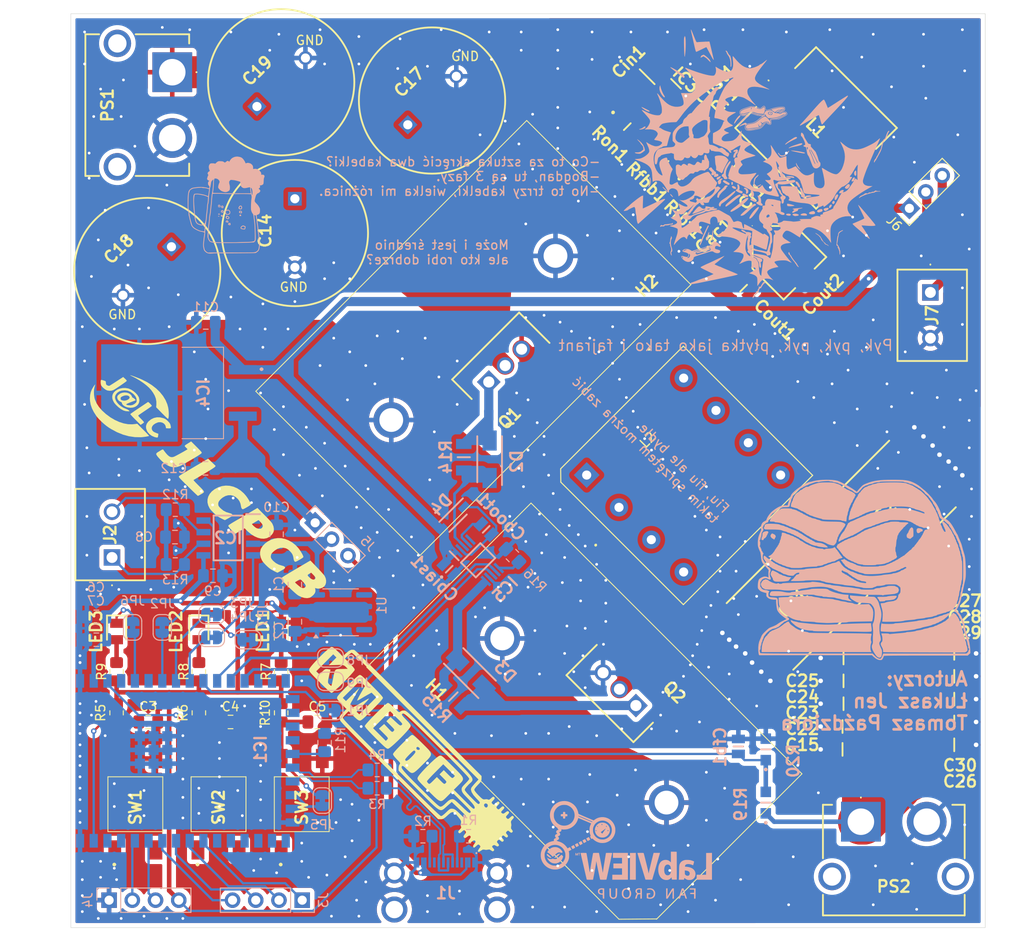
<source format=kicad_pcb>
(kicad_pcb (version 20241229) (generator "pcbnew") (generator_version "9.0")
  (layers (0 "F.Cu" signal) (4 "In1.Cu" signal) (6 "In2.Cu" signal) (2 "B.Cu" signal) (13 "F.Paste" user) (15 "B.Paste" user) (5 "F.SilkS" user "F.Silkscreen") (7 "B.SilkS" user "B.Silkscreen") (1 "F.Mask" user) (3 "B.Mask" user) (25 "Edge.Cuts" user))
  (net 0 "")
  (net 1 "5V_SEL")
  (net 2 "GND")
  (net 3 "+3.3V")
  (net 4 "EN")
  (net 5 "BOOT")
  (net 6 "USER_BUTTON")
  (net 7 "Net-(C8-Pad1)")
  (net 8 "12V_SEL")
  (net 9 "+5V")
  (net 10 "Net-(C20-+)")
  (net 11 "Net-(IC3-FB)")
  (net 12 "Net-(Cac1-Pad1)")
  (net 13 "Net-(IC5-HS)")
  (net 14 "Net-(D4-K)")
  (net 15 "Net-(IC3-SW)")
  (net 16 "Net-(IC3-BST)")
  (net 17 "VCC")
  (net 18 "+12V")
  (net 19 "Net-(D2-A)")
  (net 20 "Net-(D2-K)")
  (net 21 "Net-(D3-A)")
  (net 22 "Net-(D3-K)")
  (net 24 "ESP_USB_DP")
  (net 28 "/TMS")
  (net 30 "/TCK")
  (net 31 "ESP_USB_DN")
  (net 32 "/TDI")
  (net 37 "Net-(IC1-RXD0)")
  (net 38 "Net-(IC1-TXD0)")
  (net 41 "/TDO")
  (net 44 "Net-(IC1-IO18)")
  (net 50 "/CAN-")
  (net 51 "CAN_S")
  (net 52 "CAN_TX")
  (net 53 "CAN_RX")
  (net 54 "/CAN+")
  (net 56 "Net-(IC3-RON)")
  (net 58 "PWM")
  (net 59 "DVR_EN")
  (net 60 "Net-(IC5-RDT)")
  (net 61 "5V_USB")
  (net 62 "/Power/USB_DP")
  (net 64 "Net-(J1-CC2)")
  (net 65 "/Power/USB_DN")
  (net 66 "Net-(J1-CC1)")
  (net 68 "12V_EXT")
  (net 69 "Net-(LED1-A)")
  (net 70 "USER_LED1")
  (net 71 "Net-(LED2-A)")
  (net 72 "USER_LED2")
  (net 73 "Net-(LED3-A)")
  (net 78 "OUT_FB")
  (net 81 "Net-(Q1-S)")
  (net 82 "Net-(IC1-IO5)")
  (net 83 "Net-(IC1-IO10)")
  (net 84 "Net-(IC1-IO6)")
  (net 85 "Net-(IC1-IO4)")
  (net 86 "Net-(IC1-IO9)")
  (net 87 "Net-(IC1-IO2)")
  (net 88 "Net-(IC1-IO7)")
  (net 89 "Net-(IC1-IO21)")
  (net 90 "Net-(IC1-IO8)")
  (footprint "SamacSys_Parts:DR124330R" (layer "F.Cu") (at 135.5 49.5 -45)
    (property "Reference" "L1")
    (property "Value" "DR124-330-R" (hide yes))
  )
  (footprint "SamacSys_Parts:CAPC3216X180N" (layer "F.Cu") (at 150.61 109.5)
    (property "Reference" "C28")
    (property "Value" "CL31A106KBHNNNE" (hide yes))
  )
  (footprint "SamacSys_Parts:CAPPRD750W80D1600H2650" (layer "F.Cu") (at 74.34835 47.15165 45)
    (property "Reference" "C19")
    (property "Value" "UCS2C221MHD" (hide yes))
  )
  (footprint "SamacSys_Parts:CAPC3216X180N" (layer "F.Cu") (at 138.5 110 180)
    (property "Reference" "C24")
    (property "Value" "CL31A106KBHNNNE" (hide yes))
  )
  (footprint "SamacSys_Parts:EEE0JA331XP" (layer "F.Cu") (at 131.946789 63.624458 -45)
    (property "Reference" "Cout2")
    (property "Value" "EEEFTC331XAP" (hide yes))
  )
  (footprint "SamacSys_Parts:CAPPRD750W80D1600H2650" (layer "F.Cu") (at 78.5 57.25 -90)
    (property "Reference" "C14")
    (property "Value" "UCS2C221MHD" (hide yes))
  )
  (footprint "Resistor_SMD:R_0805_2012Metric_Pad1.20x1.40mm_HandSolder" (layer "F.Cu") (at 77 113.5 -90)
    (property "Reference" "R10")
    (property "Value" "10K")
  )
  (footprint "Capacitor_SMD:C_0805_2012Metric_Pad1.18x1.45mm_HandSolder" (layer "F.Cu") (at 80.9625 114.5)
    (property "Reference" "C5")
    (property "Value" "1uF")
  )
  (footprint "SamacSys_Parts:65715ABPE" (layer "F.Cu") (at 107 63.5 -45)
    (property "Reference" "H2")
    (property "Value" "657-15ABPE" (hide yes))
  )
  (footprint "SamacSys_Parts:CAPC1608X90N" (layer "F.Cu") (at 124.762584 55.733146 -45)
    (property "Reference" "Cr1")
    (property "Value" "06031C222KAT2A" (hide yes))
  )
  (footprint "SamacSys_Parts:LEDC2012X120N" (layer "F.Cu") (at 68 104.6 -90)
    (property "Reference" "LED2")
    (property "Value" "LTST-C170KFKT" (hide yes))
  )
  (footprint "SamacSys_Parts:65715ABPE" (layer "F.Cu") (at 101.179399 105.360089 45)
    (property "Reference" "H1")
    (property "Value" "657-15ABPE" (hide yes))
  )
  (footprint "SamacSys_Parts:CAPAE1030X1080N" (layer "F.Cu") (at 143.5 91 45)
    (property "Reference" "C20")
    (property "Value" "GYC1V271MCQ1GS" (hide yes))
  )
  (footprint "Resistor_SMD:R_0805_2012Metric_Pad1.20x1.40mm_HandSolder" (layer "F.Cu") (at 77 109 90)
    (property "Reference" "R7")
    (property "Value" "330R")
  )
  (footprint "SamacSys_Parts:CAPC2012X140N" (layer "F.Cu") (at 127.576869 67.032712 -45)
    (property "Reference" "Cout1")
    (property "Value" "CL21A475KBQNNNE" (hide yes))
  )
  (footprint "Capacitor_SMD:C_0805_2012Metric_Pad1.18x1.45mm_HandSolder" (layer "F.Cu") (at 62.4625 114.5)
    (property "Reference" "C3")
    (property "Value" "1uF")
  )
  (footprint "SamacSys_Parts:CAPC3216X180N" (layer "F.Cu") (at 138.5 107.5 180)
    (property "Reference" "C25")
    (property "Value" "CL31A106KBHNNNE" (hide yes))
  )
  (footprint "SamacSys_Parts:Cewka" (layer "F.Cu") (at 106.875542 87.482322 45)
    (property "Reference" "L2")
    (property "Value" "~")
  )
  (footprint "SamacSys_Parts:LEDC2012X120N" (layer "F.Cu") (at 59 104.6 -90)
    (property "Reference" "LED3")
    (property "Value" "LTST-C170KFKT" (hide yes))
  )
  (footprint "SamacSys_Parts:XY301V2P500" (layer "F.Cu") (at 58.5 96.5 90)
    (property "Reference" "J2")
    (property "Value" "XY301V-2P__5.00_" (hide yes))
  )
  (footprint "SamacSys_Parts:13019319" (layer "F.Cu") (at 79.25 124.35 90)
    (property "Reference" "SW3")
    (property "Value" "SW_MEC_5E" (hide yes))
  )
  (footprint "SamacSys_Parts:CAPC3216X180N" (layer "F.Cu") (at 138.5 112.5 180)
    (property "Reference" "C23")
    (property "Value" "CL31A106KBHNNNE" (hide yes))
  )
  (footprint "SamacSys_Parts:CAPC3216X180N" (layer "F.Cu") (at 138.39 115 180)
    (property "Reference" "C22")
    (property "Value" "CL31A106KBHNNNE" (hide yes))
  )
  (footprint "Connector_PinHeader_2.54mm:PinHeader_1x03_P2.54mm_Vertical" (layer "F.Cu") (at 145.703949 58.296051 135)
    (property "Reference" "J6")
    (property "Value" "Conn_01x03_Socket")
  )
  (footprint "SamacSys_Parts:CAPC3216X180N" (layer "F.Cu") (at 150.61 114.5)
    (property "Reference" "C30")
    (property "Value" "CL31A106KBHNNNE" (hide yes))
  )
  (footprint "SamacSys_Parts:CAPC3225X250N" (layer "F.Cu") (at 117.026836 43.896178 45)
    (property "Reference" "Cin1")
    (property "Value" "C3225X7R2A225K230AB" (hide yes))
  )
  (footprint "SamacSys_Parts:CAPPRD750W80D1600H2650" (layer "F.Cu") (at 65 62.5 -135)
    (property "Reference" "C18")
    (property "Value" "UCS2C221MHD" (hide yes))
  )
  (footprint "SamacSys_Parts:XT60PWM" (layer "F.Cu") (at 65.0875 43.4 -90)
    (property "Reference" "PS1")
    (property "Value" "XT60PW-M" (hide yes))
  )
  (footprint "SamacSys_Parts:CAPC1608X90N" (layer "F.Cu") (at 124.281751 50.783399 45)
    (property "Reference" "Cbst1")
    (property "Value" "06031C222KAT2A" (hide yes))
  )
  (footprint "Capacitor_SMD:C_0805_2012Metric_Pad1.18x1.45mm_HandSolder" (layer "F.Cu") (at 71.4625 114.5)
    (property "Reference" "C4")
    (property "Value" "1uF")
  )
  (footprint "SamacSys_Parts:XT60PWM" (layer "F.Cu") (at 140.4 125.4125)
    (property "Reference" "PS2")
    (property "Value" "XT60PW-M" (hide yes))
  )
  (footprint "SamacSys_Parts:CAPC1608X90N" (layer "F.Cu") (at 122.867538 53.8381 135)
    (property "Reference" "Cac1")
    (property "Value" "CC0603JRNPO9BN470" (hide yes))
  )
  (footprint "SamacSys_Parts:CAPC3216X180N" (layer "F.Cu") (at 150.61 117)
    (property "Reference" "C26")
    (property "Value" "CL31A106KBHNNNE" (hide yes))
  )
  (footprint "SamacSys_Parts:TO254P470X1016X1965-3P" (layer "F.Cu") (at 99.703949 77.296051 45)
    (property "Reference" "Q1")
    (property "Value" "CSD19531KCS" (hide yes))
  )
  (footprint "SamacSys_Parts:XY301V2P500" (layer "F.Cu") (at 148 67.5 -90)
    (property "Reference" "J7")
    (property "Value" "XY301V-2P__5.00_" (hide yes))
  )
  (footprint "Resistor_SMD:R_0805_2012Metric_Pad1.20x1.40mm_HandSolder" (layer "F.Cu") (at 59 113.5 -90)
    (property "Reference" "R5")
    (property "Value" "10K")
  )
  (footprint "SamacSys_Parts:ERJ6ENF1000V" (layer "F.Cu") (at 126.767232 53.495153 -45)
    (property "Reference" "Rr1")
    (property "Value" "RC0805FR-07340KL" (hide yes))
  )
  (footprint "SamacSys_Parts:CAPPRD750W80D1600H2650" (layer "F.Cu") (at 90.84835 49.15165 45)
    (property "Reference" "C17")
    (property "Value" "UCS2C221MHD" (hide yes))
  )
  (footprint "Resistor_SMD:R_0805_2012Metric_Pad1.20x1.40mm_HandSolder" (layer "F.Cu") (at 68 109 90)
    (property "Reference" "R8")
    (property "Value" "330R")
  )
  (footprint "SamacSys_Parts:ERJ6ENF1000V" (layer "F.Cu") (at 114.852482 49.358578 -45)
    (property "Reference" "Ron1")
    (property "Value" "ERJ6ENF4752V" (hide yes))
  )
  (footprint "SamacSys_Parts:TO254P470X1016X1965-3P" (layer "F.Cu") (at 115.796051 112.703949 135)
    (property "Reference" "Q2")
    (property "Value" "CSD19531KCS" (hide yes))
  )
  (footprint "SamacSys_Parts:SOIC127P600X170-9N" (layer "F.Cu") (at 120.279527 48.421662 -45)
    (property "Reference" "IC3")
    (property "Value" "LM5164DDAR" (hide yes))
  )
  (footprint "SamacSys_Parts:CAPC3216X180N" (layer "F.Cu") (at 150.61 112)
    (property "Reference" "C29")
    (property "Value" "CL31A106KBHNNNE" (hide yes))
  )
  (footprint "SamacSys_Parts:CAPAE1030X1080N" (layer "F.Cu") (at 133 101.5 -135)
    (property "Reference" "C21")
    (property "Value" "GYC1V271MCQ1GS" (hide yes))
  )
  (footprint "SamacSys_Parts:13019319" (layer "F.Cu") (at 61.05 124.35 90)
    (property "Reference" "SW1")
    (property "Value" "SW_MEC_5E" (hide yes))
  )
  (footprint "SamacSys_Parts:kmeif" (layer "F.Cu") (at 90.974953 117.122869 -45)
    (property "Reference" "G***" (hide yes))
    (property "Value" "LOGO" (hide yes))
  )
  (footprint "SamacSys_Parts:LEDM2012X90N" (layer "F.Cu") (at 77 104.55 -90)
    (property "Reference" "LED1")
    (property "Value" "LTST-C171KRKT" (hide yes))
  )
  (footprint "SamacSys_Parts:CAPC3216X180N" (layer "F.Cu") (at 138.39 117.5 180)
    (property "Reference" "C15")
    (property "Value" "CL31A106KBHNNNE" (hide yes))
  )
  (footprint "SamacSys_Parts:CAPC3216X180N" (layer "F.Cu") (at 150.61 106.99)
    (property "Reference" "C27")
    (property "Value" "CL31A106KBHNNNE" (hide yes))
  )
  (footprint "SamacSys_Parts:13019319" (layer "F.Cu") (at 70.15 124.35 90)
    (property "Reference" "SW2")
    (property "Value" "SW_MEC_5E" (hide yes))
  )
  (footprint "Resistor_SMD:R_0805_2012Metric_Pad1.20x1.40mm_HandSolder" (layer "F.Cu") (at 59 109 90)
    (property "Reference" "R9")
    (property "Value" "330R")
  )
  (footprint "SamacSys_Parts:ERJ6ENF1000V" (layer "F.Cu") (at 122.878144 57.38424 135)
    (property "Reference" "Rfbt1")
    (property "Value" "ERJ6ENF4533V" (hide yes))
  )
  (footprint "SamacSys_Parts:jlcpcb" (layer "F.Cu") (at 69.625719 88.159708 -45)
    (property "Reference" "G***" (hide yes))
    (property "Value" "LOGO" (hide yes))
  )
  (footprint "SamacSys_Parts:ERJ6ENF1000V" (layer "F.Cu") (at 118.989057 53.495153 135)
    (property "Reference" "Rfbb1")
    (property "Value" "ERJ6ENF4992V" (hide yes))
  )
  (footprint "Resistor_SMD:R_0805_2012Metric_Pad1.20x1.40mm_HandSolder" (layer "F.Cu") (at 68 113.5 -90)
    (property "Reference" "R6")
    (property "Value" "10K")
  )
  (footprint "Jumper:SolderJumper-2_P1.3mm_Bridged_RoundedPad1.0x1.5mm" (layer "B.Cu") (at 73.35 105.5)
    (property "Reference" "JP7")
    (property "Value" "SolderJumper_2_Bridged" (hide yes))
  )
  (footprint "SamacSys_Parts:labview" (layer "B.Cu") (at 115.387858 128.501029 180)
    (property "Reference" "G***" (hide yes))
    (property "Value" "LOGO" (hide yes))
  )
  (footprint "Jumper:SolderJumper-2_P1.3mm_Bridged_RoundedPad1.0x1.5mm" (layer "B.Cu") (at 69.4 102.75 180)
    (property "Reference" "JP3")
    (property "Value" "SolderJumper_2_Bridged" (hide yes))
  )
  (footprint "Capacitor_SMD:C_0805_2012Metric_Pad1.18x1.45mm_HandSolder" (layer "B.Cu") (at 56.7875 103 180)
    (property "Reference" "C6")
    (property "Value" "0.1uF")
  )
  (footprint "SamacSys_Parts:SOP50P490X110-10N" (layer "B.Cu") (at 98.536646 96.80797 -45)
    (property "Reference" "IC5")
    (property "Value" "LM5106MM_NOPB" (hide yes))
  )
  (footprint "SamacSys_Parts:ERJ6ENF1000V" (layer "B.Cu") (at 130 123.325 90)
    (property "Reference" "R19")
    (property "Value" "ERJ6ENF4533V" (hide yes))
  )
  (footprint "Capacitor_SMD:C_0805_2012Metric_Pad1.18x1.45mm_HandSolder" (layer "B.Cu") (at 56.7875 105.5 180)
    (property "Reference" "C7")
    (property "Value" "22uF")
  )
  (footprint "SamacSys_Parts:DIOM5027X244N" (layer "B.Cu") (at 97.74562 109.153518 -45)
    (property "Reference" "D3")
    (property "Value" "SS14_R1_00001" (hide yes))
  )
  (footprint "SamacSys_Parts:CAPC2012X140N" (layer "B.Cu") (at 99.420172 93.420172 135)
    (property "Reference" "Cboot1")
    (property "Value" "CL21A475KBQNNNE" (hide yes))
  )
  (footprint "SamacSys_Parts:piwo" (layer "B.Cu") (at 71 57.75 180)
    (property "Reference" "G***" (hide yes))
    (property "Value" "LOGO" (hide yes))
  )
  (footprint "SamacSys_Parts:ESP32S2WROOMIM22S2H3200UH3Q0" (layer "B.Cu") (at 63 118.75 -90)
    (property "Reference" "IC1")
    (property "Value" "ESP32-S2-WROOM-I_M22S2H3200UH3Q0_" (hide yes))
  )
  (footprint "Connector_PinHeader_2.54mm:PinHeader_1x04_P2.54mm_Vertical" (layer "B.Cu") (at 58.18 134 -90)
    (property "Reference" "J4")
    (property "Value" "Conn_01x04_Socket" (hide yes))
  )
  (footprint "Jumper:SolderJumper-2_P1.3mm_Bridged_RoundedPad1.0x1.5mm" (layer "B.Cu") (at 82.35 113.25 180)
    (property "Reference" "JP1")
    (property "Value" "SolderJumper_2_Bridged" (hide yes))
  )
  (footprint "Resistor_SMD:R_0805_2012Metric_Pad1.20x1.40mm_HandSolder" (layer "B.Cu") (at 65.424 91.27 180)
    (property "Reference" "R12")
    (property "Value" "60R")
  )
  (footprint "Resistor_SMD:R_0805_2012Metric_Pad1.20x1.40mm_HandSolder" (layer "B.Cu") (at 97.5 127)
    (property "Reference" "R1")
    (property "Value" "5.1K")
  )
  (footprint "Jumper:SolderJumper-2_P1.3mm_Bridged_RoundedPad1.0x1.5mm" (layer "B.Cu") (at 81.5 123.1 -90)
    (property "Reference" "JP5")
    (property "Value" "SolderJumper_2_Bridged" (hide yes))
  )
  (footprint "SamacSys_Parts:RESC3116X70N" (layer "B.Cu") (at 96.971051 85.528949 90)
    (property "Reference" "R14")
    (property "Value" "ERJ8BQF6R2V" (hide yes))
  )
  (footprint "Connector_PinHeader_2.54mm:PinHeader_1x04_P2.54mm_Vertical" (layer "B.Cu") (at 79.3 134 90)
    (property "Reference" "J3")
    (property "Value" "Conn_01x04_Socket" (hide yes))
  )
  (footprint "Resistor_SMD:R_0805_2012Metric_Pad1.20x1.40mm_HandSolder" (layer "B.Cu") (at 81.75 116.75 -90)
    (property "Reference" "R11")
    (property "Value" "10K")
  )
  (footprint "Connector_PinHeader_2.54mm:PinHeader_1x03_P2.54mm_Vertical" (layer "B.Cu") (at 80.714555 92.703949 -135)
    (property "Reference" "J5")
    (property "Value" "Conn_01x03_Socket")
  )
  (footprint "Capacitor_SMD:C_0805_2012Metric_Pad1.18x1.45mm_HandSolder" (layer "B.Cu") (at 68.755 70.785 180)
    (property "Reference" "C11")
    (property "Value" "10uF")
  )
  (footprint "SamacSys_Parts:USB4500031A" (layer "B.Cu") (at 95 133.5 180)
    (property "Reference" "J1")
    (property "Value" "USB4500-03-1-A" (hide yes))
  )
  (footprint "Capacitor_SMD:C_0805_2012Metric_Pad1.18x1.45mm_HandSolder" (layer "B.Cu") (at 69.5375 98.5)
    (property "Reference" "C9")
    (property "Value" "47nF")
  )
  (footprint "Jumper:SolderJumper-2_P1.3mm_Bridged_RoundedPad1.0x1.5mm" (layer "B.Cu") (at 82.4 110.05 180)
    (property "Reference" "JP9")
    (property "Value" "SolderJumper_2_Bridged" (hide yes))
  )
  (footprint "Capacitor_SMD:C_0805_2012Metric_Pad1.18x1.45mm_HandSolder" (layer "B.Cu") (at 78.5 103.5375 -90)
    (property "Reference" "C2")
    (property "Value" "22uF")
  )
  (footprint "Resistor_SMD:R_0805_2012Metric_Pad1.20x1.40mm_HandSolder" (layer "B.Cu") (at 87.5 121.75 180)
    (property "Reference" "R3")
    (property "Value" "22R")
  )
  (footprint "SamacSys_Parts:pepe" (layer "B.Cu") (at 140.074119 98 180)
    (property "Reference" "G***" (hide yes))
    (property "Value" "LOGO" (hide yes))
  )
  (footprint "Resistor_SMD:R_0805_2012Metric_Pad1.20x1.40mm_HandSolder" (layer "B.Cu") (at 102.292893 96.292893 135)
    (property "Reference" "R16")
    (property "Value" "10k")
  )
  (footprint "SamacSys_Parts:DIOM5027X244N" (layer "B.Cu") (at 99.796051 85.753949 90)
    (property "Reference" "D2")
    (property "Value" "SS14_R1_00001" (hide yes))
  )
  (footprint "Package_SO:SO-8_3.9x4.9mm_P1.27mm" (layer "B.Cu") (at 83.5 102.5)
    (property "Reference" "U1")
    (property "Value" "~")
  )
  (footprint "Resistor_SMD:R_0805_2012Metric_Pad1.20x1.40mm_HandSolder" (layer "B.Cu") (at 87.5 119.75 180)
    (property "Reference" "R4")
    (property "Value" "22R")
  )
  (footprint "Resistor_SMD:R_0805_2012Metric_Pad1.20x1.40mm_HandSolder" (layer "B.Cu") (at 65.424 97.27)
    (property "Reference" "R13")
    (property "Value" "60R")
  )
  (footprint "SamacSys_Parts:ERJ6ENF1000V" (layer "B.Cu") (at 130 117.5 90)
    (property "Reference" "R20")
    (property "Value" "ERJ6ENF4533V" (hide yes))
  )
  (footprint "SamacSys_Parts:MC7805CD2TR4G" (layer "B.Cu") (at 72.805 78.5 -90)
    (property "Reference" "IC4")
    (property "Value" "MC7805CD2TR4G" (hide yes))
  )
  (footprint "SamacSys_Parts:CAPC2012X140N" (layer "B.Cu") (at 127 117.18 90)
    (property "Reference" "Cfb1")
    (property "Value" "CL21A475KBQNNNE" (hide yes))
  )
  (footprint "Jumper:SolderJumper-2_P1.3mm_Bridged_RoundedPad1.0x1.5mm" (layer "B.Cu") (at 82.4 107.5 180)
    (property "Reference" "JP8")
    (property "Value" "SolderJumper_2_Bridged" (hide yes))
  )
  (footprint "Capacitor_SMD:C_0805_2012Metric_Pad1.18x1.45mm_HandSolder" (layer "B.Cu") (at 76.5 93.9625 90)
    (property "Reference" "C10")
    (property "Value" "47nF")
  )
  (footprint "Jumper:SolderJumper-2_P1.3mm_Bridged_RoundedPad1.0x1.5mm" (layer "B.Cu") (at 60.75 104.15 -90)
    (property "Reference" "JP6")
    (property "Value" "SolderJumper_2_Bridged" (hide yes))
  )
  (footprint "Jumper:SolderJumper-2_P1.3mm_Bridged_RoundedPad1.0x1.5mm" (layer "B.Cu") (at 64 104.15 -90)
    (property "Reference" "JP2")
    (property "Value" "SolderJumper_2_Bridged" (hide yes))
  )
  (footprint "SamacSys_Parts:CAPC2012X140N" (layer "B.Cu") (at 95.375879 97.783777 -45)
    (property "Reference" "Cbias1")
    (property "Value" "CL21A475KBQNNNE" (hide yes))
  )
  (footprint "Capacitor_SMD:C_0805_2012Metric_Pad1.18x1.45mm_HandSolder" (layer "B.Cu") (at 78.5 99.4625 90)
    (property "Reference" "C1")
    (property "Value" "10uF")
  )
  (footprint "SamacSys_Parts:SOIC127P600X175-8N" (layer "B.Cu") (at 71.212 94.365 180)
    (property "Reference" "IC2")
    (property "Value" "TJA1051T_3,118" (hide yes))
  )
  (footprint "Capacitor_SMD:C_0805_2012Metric_Pad1.18x1.45mm_HandSolder" (layer "B.Cu") (at 68.7175 86.7475 180)
    (property "Reference" "C12")
    (property "Value" "22uF")
  )
  (footprint "Jumper:SolderJumper-2_P1.3mm_Bridged_RoundedPad1.0x1.5mm" (layer "B.Cu") (at 69.4 105.25 180)
    (property "Reference" "JP4")
    (property "Value" "SolderJumper_2_Bridged" (hide yes))
  )
  (footprint "Resistor_SMD:R_0805_2012Metric_Pad1.20x1.40mm_HandSolder" (layer "B.Cu") (at 92.5 127 180)
    (property "Reference" "R2")
    (property "Value" "5.1K")
  )
  (footprint "SamacSys_Parts:RESC3116X70N" (layer "B.Cu") (at 95.821356 111.729254 -45)
    (property "Reference" "R15")
    (property "Value" "ERJ8BQF6R2V" (hide yes))
  )
  (footprint "SamacSys_Parts:kabelki" (layer "B.Cu") (at 129 53.495153 180)
    (property "Reference" "G***" (hide yes))
    (property "Value" "LOGO" (hide yes))
  )
  (footprint "Capacitor_SMD:C_0805_2012Metric_Pad1.18x1.45mm_HandSolder" (layer "B.Cu") (at 65.3865 94.27)
    (property "Reference" "C8")
    (property "Value" "4.7nF")
  )
  (footprint "SamacSys_Parts:SOD3716X145N" (layer "B.Cu") (at 95.797918 92.202082 -135)
    (property "Reference" "D4")
    (property "Value" "BAT46W-7-F" (hide yes))
  )
  (gr_rect (start 54 37) (end 154 137) (stroke (width 0.05)) (fill no) (layer "Edge.Cuts"))
  (gr_text "GND" (at 58 70.5 0) (layer "F.SilkS") (effects (font (size 1 1)) (justify left bottom)))
  (gr_text "GND" (at 76.75 67.5 0) (layer "F.SilkS") (effects (font (size 1 1)) (justify left bottom)))
  (gr_text "GND" (at 95.5 42.25 0) (layer "F.SilkS") (effects (font (size 1 1)) (justify left bottom)))
  (gr_text "GND" (at 78.5 40.5 0) (layer "F.SilkS") (effects (font (size 1 1)) (justify left bottom)))
  (gr_text "-Co to za sztuka skręcić dwa kabelki?\n-Bogdan, tu są 3 fazy.\n-No to trrzy kabelki, wielka mi różnica." (at 112 57 0) (layer "B.SilkS") (effects (font (size 1 1)) (justify left bottom mirror)))
  (gr_text "Pyk, pyk, pyk, płytka jako tako i fajrant" (at 144 74 0) (layer "B.SilkS") (effects (font (size 1.2 1.2)) (justify left bottom mirror)))
  (gr_text "Autorzy:\nŁukasz Jen\nTomasz Paździora" (at 152.25 115.5 0) (layer "B.SilkS") (effects (font (size 1.5 1.5) (thickness 0.3) (bold yes)) (justify left bottom mirror)))
  (gr_text "Fiu, fiu ale bydle\ntakim sprzętem można zabić" (at 124.25 93 315) (layer "B.SilkS") (effects (font (size 1 1)) (justify left bottom mirror)))
  (gr_text "Może i jest średnio\nale kto robi dobrze?" (at 102 64.5 0) (layer "B.SilkS") (effects (font (size 1 1)) (justify left bottom mirror)))
  (segment (start 81.755303 95.255303) (end 81.255303 95.755303) (width 0.5) (layer "B.Cu") (net 1))
  (segment (start 82.510606 94.5) (end 82 94.5) (width 0.5) (layer "B.Cu") (net 1))
  (segment (start 76.5 95) (end 79 95) (width 0.5) (layer "B.Cu") (net 1))
  (segment (start 79 95) (end 81.5 95) (width 0.5) (layer "B.Cu") (net 1))
  (segment (start 80 100.595) (end 78.595 100.595) (width 0.5) (layer "B.Cu") (net 1))
  (segment (start 81.255303 95.755303) (end 81 95.5) (width 0.5) (layer "B.Cu") (net 1))
  (segment (start 80.925 100) (end 80.925 100.595) (width 0.5) (layer "B.Cu") (net 1))
  (segment (start 81 95.5) (end 80.75 95.25) (width 0.5) (layer "B.Cu") (net 1))
  (segment (start 81.5 95) (end 81.755303 95.255303) (width 0.5) (layer "B.Cu") (net 1))
  (segment (start 82.510606 94.5) (end 81.755303 95.255303) (width 0.5) (layer "B.Cu") (net 1))
  (segment (start 80.75 95.25) (end 80.5 95) (width 0.5) (layer "B.Cu") (net 1))
  (segment (start 73.924 95) (end 76.5 95) (width 0.5) (layer "B.Cu") (net 1))
  (segment (start 80.925 96.085606) (end 80.925 95.925) (width 0.5) (layer "B.Cu") (net 1))
  (segment (start 81.5 94.5) (end 80.75 95.25) (width 0.5) (layer "B.Cu") (net 1))
  (segment (start 80.5 95) (end 81 94.5) (width 0.5) (layer "B.Cu") (net 1))
  (segment (start 80 95) (end 80.5 95) (width 0.5) (layer "B.Cu") (net 1))
  (segment (start 80 100.595) (end 80.33 100.595) (width 0.5) (layer "B.Cu") (net 1))
  (segment (start 81.510606 95.5) (end 81 95.5) (width 0.5) (layer "B.Cu") (net 1))
  (segment (start 79 95) (end 80 95) (width 0.5) (layer "B.Cu") (net 1))
  (segment (start 82.510606 94.5) (end 81.510606 95.5) (width 0.5) (layer "B.Cu") (net 1))
  (segment (start 82 94.5) (end 81.5 95) (width 0.5) (layer "B.Cu") (net 1))
  (segment (start 82.510606 94.5) (end 81.5 94.5) (width 0.5) (layer "B.Cu") (net 1))
  (segment (start 80.925 96.085606) (end 80.925 100) (width 0.5) (layer "B.Cu") (net 1))
  (segment (start 81 94.5) (end 82.510606 94.5) (width 0.5) (layer "B.Cu") (net 1))
  (segment (start 81.255303 95.755303) (end 80.925 96.085606) (width 0.5) (layer "B.Cu") (net 1))
  (segment (start 80.925 95.925) (end 80 95) (width 0.5) (layer "B.Cu") (net 1))
  (segment (start 80.925 100.595) (end 80 100.595) (width 0.5) (layer "B.Cu") (net 1))
  (segment (start 78.595 100.595) (end 78.5 100.5) (width 0.5) (layer "B.Cu") (net 1))
  (segment (start 80.33 100.595) (end 80.925 100) (width 0.5) (layer "B.Cu") (net 1))
  (segment (start 152 109.5) (end 153 109.5) (width 1) (layer "F.Cu") (net 2))
  (segment (start 137.11 110) (end 136 110) (width 1) (layer "F.Cu") (net 2))
  (segment (start 152 114.5) (end 153 114.5) (width 1) (layer "F.Cu") (net 2))
  (segment (start 148.244796 84.255204) (end 148.244796 86.255204) (width 2) (layer "F.Cu") (net 2))
  (segment (start 137 117.5) (end 136 117.5) (width 1) (layer "F.Cu") (net 2))
  (segment (start 126.5 106) (end 128.5 106) (width 2) (layer "F.Cu") (net 2))
  (segment (start 152 117) (end 153 117) (width 1) (layer "F.Cu") (net 2))
  (segment (start 81.5 118.5) (end 81.5 115) (width 1) (layer "F.Cu") (net 2))
  (segment (start 147.244796 83.255204) (end 148.244796 84.255204) (width 2) (layer "F.Cu") (net 2))
  (segment (start 148.244796 86.255204) (end 146.75 87.75) (width 2) (layer "F.Cu") (net 2))
  (segment (start 137.11 117.39) (end 137 117.5) (width 1.5) (layer "F.Cu") (net 2))
  (segment (start 128.5 106) (end 129.994796 104.505204) (width 2) (layer "F.Cu") (net 2))
  (segment (start 137.11 107.5) (end 136 107.5) (width 1) (layer "F.Cu") (net 2))
  (segment (start 137.11 107.5) (end 137.11 111.25) (width 1.5) (layer "F.Cu") (net 2))
  (segment (start 118.158207 43.606265) (end 119.708892 45.15695) (width 0.5) (layer "F.Cu") (net 2))
  (segment (start 150.244796 86.255204) (end 148.244796 86.255204) (width 2) (layer "F.Cu") (net 2))
  (segment (start 72.4 118.5) (end 72.4 114.6) (width 1) (layer "F.Cu") (net 2))
  (segment (start 126 105.5) (end 126.5 106) (width 2) (layer "F.Cu") (net 2))
  (segment (start 137.11 112.5) (end 136 112.5) (width 1) (layer "F.Cu") (net 2))
  (segment (start 81.5 115) (end 82 114.5) (width 1) (layer "F.Cu") (net 2))
  (segment (start 63.3 118.5) (end 63.3 114.7) (width 1) (layer "F.Cu") (net 2))
  (segment (start 152 112) (end 153 112) (width 1) (layer "F.Cu") (net 2))
  (segment (start 152 106.99) (end 152.99 106.99) (width 1) (layer "F.Cu") (net 2))
  (segment (start 137.11 113.75) (end 137.11 117.39) (width 1.5) (layer "F.Cu") (net 2))
  (segment (start 128.5 108) (end 128.5 106) (width 2) (layer "F.Cu") (net 2))
  (segment (start 137 115) (end 136 115) (width 1) (layer "F.Cu") (net 2))
  (segment (start 151.494796 87.505204) (end 146.244796 82.255204) (width 2) (layer "F.Cu") (net 2))
  (segment (start 63.3 114.7) (end 63.5 114.5) (width 1) (layer "F.Cu") (net 2))
  (segment (start 129.5 109) (end 128.5 108) (width 2) (layer "F.Cu") (net 2))
  (segment (start 137.11 111.25) (end 137.11 113.75) (width 1.5) (layer "F.Cu") (net 2))
  (segment (start 152.99 106.99) (end 153 107) (width 1) (layer "F.Cu") (net 2))
  (segment (start 150.744796 86.755204) (end 150.244796 86.255204) (width 2) (layer "F.Cu") (net 2))
  (segment (start 118.158207 42.764807) (end 118.158207 43.606265) (width 0.5) (layer "F.Cu") (net 2))
  (segment (start 126 105.5) (end 125.25 104.75) (width 2) (layer "F.Cu") (net 2))
  (segment (start 72.4 114.6) (end 72.5 114.5) (width 1) (layer "F.Cu") (net 2))
  (segment (start 119.708892 45.15695) (end 119.65695 45.15695) (width 0.3) (layer "F.Cu") (net 2))
  (segment (start 125.25 104.75) (end 130.5 110) (width 2) (layer "F.Cu") (net 2))
  (segment (start 119.65695 45.15695) (end 119.25 44.75) (width 0.3) (layer "F.Cu") (net 2))
  (segment (start 150.744796 86.755204) (end 151.494796 87.505204) (width 2) (layer "F.Cu") (net 2))
  (segment (start 152 117) (end 152 106.99) (width 1.5) (layer "F.Cu") (net 2))
  (segment (start 120.551942 46) (end 121.25 46) (width 0.3) (layer "F.Cu") (net 2))
  (segment (start 119.708892 45.15695) (end 120.551942 46) (width 0.3) (layer "F.Cu") (net 2))
  (via (at 59.25 100) (size 0.6) (drill 0.3) (layers "F.Cu" "B.Cu") (net 2))
  (via (at 118 61) (size 0.6) (drill 0.3) (layers "F.Cu" "B.Cu") (net 2))
  (via (at 71.75 90) (size 0.6) (drill 0.3) (layers "F.Cu" "B.Cu") (net 2))
  (via (at 152.25 94.5) (size 0.6) (drill 0.3) (layers "F.Cu" "B.Cu") (net 2))
  (via (at 91.5 102) (size 0.6) (drill 0.3) (layers "F.Cu" "B.Cu") (net 2))
  (via (at 64.5 55.75) (size 0.6) (drill 0.3) (layers "F.Cu" "B.Cu") (net 2))
  (via (at 149.5 82.25) (size 0.6) (drill 0.3) (layers "F.Cu" "B.Cu") (net 2))
  (via (at 60 61.5) (size 0.6) (drill 0.3) (layers "F.Cu" "B.Cu") (net 2))
  (via (at 103.75 60) (size 0.6) (drill 0.3) (layers "F.Cu" "B.Cu") (net 2))
  (via (at 114 41.75) (size 0.6) (drill 0.3) (layers "F.Cu" "B.Cu") (net 2))
  (via (at 71.5 39) (size 0.6) (drill 0.3) (layers "F.Cu" "B.Cu") (net 2))
  (via (at 106.75 126) (size 0.6) (drill 0.3) (layers "F.Cu" "B.Cu") (net 2))
  (via (at 111 42) (size 0.6) (drill 0.3) (layers "F.Cu" "B.Cu") (net 2))
  (via (at 114.75 79) (size 0.6) (drill 0.3) (layers "F.Cu" "B.Cu") (net 2))
  (via (at 98.25 103) (size 0.6) (drill 0.3) (layers "F.Cu" "B.Cu") (net 2))
  (via (at 102.75 78.5) (size 0.6) (drill 0.3) (layers "F.Cu" "B.Cu") (net 2))
  (via (at 56.75 112.25) (size 0.6) (drill 0.3) (layers "F.Cu" "B.Cu") (net 2))
  (via (at 81.5 89.75) (size 0.6) (drill 0.3) (layers "F.Cu" "B.Cu") (net 2))
  (via (at 61.75 92) (size 0.6) (drill 0.3) (layers "F.Cu" "B.Cu") (net 2))
  (via (at 59.25 85.75) (size 0.6) (drill 0.3) (layers "F.Cu" "B.Cu") (net 2))
  (via (at 103 51.25) (size 0.6) (drill 0.3) (layers "F.Cu" "B.Cu") (net 2))
  (via (at 120.25 70.25) (size 0.6) (drill 0.3) (layers "F.Cu" "B.Cu") (net 2))
  (via (at 140 80.25) (size 0.6) (drill 0.3) (layers "F.Cu" "B.Cu") (net 2))
  (via (at 75 73.5) (size 0.6) (drill 0.3) (layers "F.Cu" "B.Cu") (net 2))
  (via (at 93 133.5) (size 0.6) (drill 0.3) (layers "F.Cu" "B.Cu") (net 2))
  (via (at 86.25 132) (size 0.6) (drill 0.3) (layers "F.Cu" "B.Cu") (net 2))
  (via (at 125 98) (size 0.6) (drill 0.3) (layers "F.Cu" "B.Cu") (net 2))
  (via (at 123.5 103) (size 0.6) (drill 0.3) (layers "F.Cu" "B.Cu") (net 2))
  (via (at 151.5 121) (size 0.6) (drill 0.3) (layers "F.Cu" "B.Cu") (net 2))
  (via (at 84.25 79.25) (size 0.6) (drill 0.3) (layers "F.Cu" "B.Cu") (net 2))
  (via (at 71.25 96) (size 0.6) (drill 0.3) (layers "F.Cu" "B.Cu") (net 2))
  (via (at 127.75 107) (size 0.8) (drill 0.5) (layers "F.Cu" "B.Cu") (net 2))
  (via (at 101.5 48.75) (size 0.6) (drill 0.3) (layers "F.Cu" "B.Cu") (net 2))
  (via (at 81.25 75.5) (size 0.6) (drill 0.3) (layers "F.Cu" "B.Cu") (net 2))
  (via (at 118.75 85.75) (size 0.6) (drill 0.3) (layers "F.Cu" "B.Cu") (net 2))
  (via (at 55 108) (size 0.6) (drill 0.3) (layers "F.Cu" "B.Cu") (net 2))
  (via (at 152.25 102.75) (size 0.6) (drill 0.3) (layers "F.Cu" "B.Cu") (net 2))
  (via (at 152.5 92) (size 0.6) (drill 0.3) (layers "F.Cu" "B.Cu") (net 2))
  (via (at 101 127.25) (size 0.6) (drill 0.3) (layers "F.Cu" "B.Cu") (net 2))
  (via (at 103 86.75) (size 0.6) (drill 0.3) (layers "F.Cu" "B.Cu") (net 2))
  (via (at 87.25 116.75) (size 0.6) (drill 0.3) (layers "F.Cu" "B.Cu") (net 2))
  (via (at 135.25 49.75) (size 0.6) (drill 0.3) (layers "F.Cu" "B.Cu") (net 2))
  (via (at 111.5 97.25) (size 0.6) (drill 0.3) (layers "F.Cu" "B.Cu") (net 2))
  (via (at 110.25 110.75) (size 0.6) (drill 0.3) (layers "F.Cu" "B.Cu") (net 2))
  (via (at 119.25 59) (size 0.6) (drill 0.3) (layers "F.Cu" "B.Cu") (net 2))
  (via (at 67.5 74) (size 0.6) (drill 0.3) (layers "F.Cu" "B.Cu") (net 2))
  (via (at 143.25 82.75) (size 0.6) (drill 0.3) (layers "F.Cu" "B.Cu") (net 2))
  (via (at 59.5 48.25) (size 0.6) (drill 0.3) (layers "F.Cu" "B.Cu") (net 2))
  (via (at 61.5 87) (size 0.6) (drill 0.3) (layers "F.Cu" "B.Cu") (net 2))
  (via (at 85.25 134) (size 0.6) (drill 0.3) (layers "F.Cu" "B.Cu") (net 2))
  (via (at 107.25 41) (size 0.6) (drill 0.3) (layers "F.Cu" "B.Cu") (net 2))
  (via (at 116.25 71) (size 0.6) (drill 0.3) (layers "F.Cu" "B.Cu") (net 2))
  (via (at 92.5 99.5) (size 0.6) (drill 0.3) (layers "F.Cu" "B.Cu") (net 2))
  (via (at 86.5 89) (size 0.6) (drill 0.3) (layers "F.Cu" "B.Cu") (net 2))
  (via (at 79.25 110) (size 0.6) (drill 0.3) (layers "F.Cu" "B.Cu") (net 2))
  (via (at 152.25 97.5) (size 0.6) (drill 0.3) (layers "F.Cu" "B.Cu") (net 2))
  (via (at 106.75 89.5) (size 0.6) (drill 0.3) (layers "F.Cu" "B.Cu") (net 2))
  (via (at 64.75 71.25) (size 0.6) (drill 0.3) (layers "F.Cu" "B.Cu") (net 2))
  (via (at 126.75 98) (size 0.6) (drill 0.3) (layers "F.Cu" "B.Cu") (net 2))
  (via (at 103.25 39) (size 0.6) (drill 0.3) (layers "F.Cu" "B.Cu") (net 2))
  (via (at 141 61.25) (size 0.6) (drill 0.3) (layers "F.Cu" "B.Cu") (net 2))
  (via (at 114.25 73) (size 0.6) (drill 0.3) (layers "F.Cu" "B.Cu") (net 2))
  (via (at 125 94.25) (size 0.6) (drill 0.3) (layers "F.Cu" "B.Cu") (net 2))
  (via (at 153 112) (size 0.8) (drill 0.5) (layers "F.Cu" "B.Cu") (net 2))
  (via (at 87.5 72.25) (size 0.6) (drill 0.3) (layers "F.Cu" "B.Cu") (net 2))
  (via (at 127.5 38.75) (size 0.6) (drill 0.3) (layers "F.Cu" "B.Cu") (net 2))
  (via (at 83.5 105) (size 0.6) (drill 0.3) (layers "F.Cu" "B.Cu") (net 2))
  (via (at 149.5 91.75) (size 0.6) (drill 0.3) (layers "F.Cu" "B.Cu") (net 2))
  (via (at 85.5 42.5) (size 0.6) (drill 0.3) (layers "F.Cu" "B.Cu") (net 2))
  (via (at 93.25 88) (size 0.6) (drill 0.3) (layers "F.Cu" "B.Cu") (net 2))
  (via (at 120.5 63) (size 0.6) (drill 0.3) (layers "F.Cu" "B.Cu") (net 2))
  (via (at 93 122) (size 0.6) (drill 0.3) (layers "F.Cu" "B.Cu") (net 2))
  (via (at 126 112) (size 0.6) (drill 0.3) (layers "F.Cu" "B.Cu") (net 2))
  (via (at 121.75 42.5) (size 0.6) (drill 0.3) (layers "F.Cu" "B.Cu") (net 2))
  (via (at 124.75 96.25) (size 0.6) (drill 0.3) (layers "F.Cu" "B.Cu") (net 2))
  (via (at 62 124.75) (size 0.6) (drill 0.3) (layers "F.Cu" "B.Cu") (net 2))
  (via (at 105.75 85.25) (size 0.6) (drill 0.3) (layers "F.Cu" "B.Cu") (net 2))
  (via (at 85 106) (size 0.6) (drill 0.3) (layers "F.Cu" "B.Cu") (net 2))
  (via (at 110.75 72.5) (size 0.6) (drill 0.3) (layers "F.Cu" "B.Cu") (net 2))
  (via (at 153 117) (size 0.8) (drill 0.5) (layers "F.Cu" "B.Cu") (net 2))
  (via (at 104 79.25) (size 0.6) (drill 0.3) (layers "F.Cu" "B.Cu") (net 2))
  (via (at 152.25 105) (size 0.6) (drill 0.3) (layers "F.Cu" "B.Cu") (net 2))
  (via (at 108.5 115) (size 0.6) (drill 0.3) (layers "F.Cu" "B.Cu") (net 2))
  (via (at 66.25 116) (size 0.6) (drill 0.3) (layers "F.Cu" "B.Cu") (net 2))
  (via (at 60.5 124.75) (size 0.6) (drill 0.3) (layers "F.Cu" "B.Cu") (net 2))
  (via (at 103.5 123.5) (size 0.6) (drill 0.3) (layers "F.Cu" "B.Cu") (net 2))
  (via (at 106.75 123.25) (size 0.6) (drill 0.3) (layers "F.Cu" "B.Cu") (net 2))
  (via (at 56.25 113.75) (size 0.6) (drill 0.3) (layers "F.Cu" "B.Cu") (net 2))
  (via (at 123.5 66) (size 0.6) (drill 0.3) (layers "F.Cu" "B.Cu") (net 2))
  (via (at 102 99.5) (size 0.6) (drill 0.3) (layers "F.Cu" "B.Cu") (net 2))
  (via (at 133 129.25) (size 0.6) (drill 0.3) (layers "F.Cu" "B.Cu") (net 2))
  (via (at 135.75 122.25) (size 0.6) (drill 0.3) (layers "F.Cu" "B.Cu") (net 2))
  (via (at 114 60.75) (size 0.6) (drill 0.3) (layers "F.Cu" "B.Cu") (net 2))
  (via (at 62.75 100) (size 0.6) (drill 0.3) (layers "F.Cu" "B.Cu") (net 2))
  (via (at 55.25 129.75) (size 0.6) (drill 0.3) (layers "F.Cu" "B.Cu") (net 2))
  (via (at 142 130.25) (size 0.6) (drill 0.3) (layers "F.Cu" "B.Cu") (net 2))
  (via (at 90.25 74.75) (size 0.6) (drill 0.3) (layers "F.Cu" "B.Cu") (net 2))
  (via (at 104 130.25) (size 0.6) (drill 0.3) (layers "F.Cu" "B.Cu") (net 2))
  (via (at 113.5 57) (size 0.6) (drill 0.3) (layers "F.Cu" "B.Cu") (net 2))
  (via (at 110.75 47.75) (size 0.6) (drill 0.3) (layers "F.Cu" "B.Cu") (net 2))
  (via (at 113.25 75.25) (size 0.6) (drill 0.3) (layers "F.Cu" "B.Cu") (net 2))
  (via (at 147.75 93.25) (size 0.6) (drill 0.3) (layers "F.Cu" "B.Cu") (net 2))
  (via (at 118.5 134.5) (size 0.6) (drill 0.3) (layers "F.Cu" "B.Cu") (net 2))
  (via (at 101 101.25) (size 0.6) (drill 0.3) (layers "F.Cu" "B.Cu") (net 2))
  (via (at 65.75 92.75) (size 0.6) (drill 0.3) (layers "F.Cu" "B.Cu") (net 2))
  (via (at 81.75 42.5) (size 0.6) (drill 0.3) (layers "F.Cu" "B.Cu") (net 2))
  (via (at 108 96.5) (size 0.6) (drill 0.3) (layers "F.Cu" "B.Cu") (net 2))
  (via (at 147.25 39.25) (size 0.6) (drill 0.3) (layers "F.Cu" "B.Cu") (net 2))
  (via (at 151.5 59) (size 0.6) (drill 0.3) (layers "F.Cu" "B.Cu") (net 2))
  (via (at 122 107.25) (size 0.6) (drill 0.3) (layers "F.Cu" "B.Cu") (net 2))
  (via (at 105.25 109.25) (size 0.6) (drill 0.3) (layers "F.Cu" "B.Cu") (net 2))
  (via (at 55.5 42.5) (size 0.6) (drill 0.3) (layers "F.Cu" "B.Cu") (net 2))
  (via (at 111.5 56) (size 0.6) (drill 0.3) (layers "F.Cu" "B.Cu") (net 2))
  (via (at 108 134.75) (size 0.6) (drill 0.3) (layers "F.Cu" "B.Cu") (net 2))
  (via (at 146 78.5) (size 0.6) (drill 0.3) (layers "F.Cu" "B.Cu") (net 2))
  (via (at 109 109) (size 0.6) (drill 0.3) (layers "F.Cu" "B.Cu") (net 2))
  (via (at 128.75 71) (size 0.6) (drill 0.3) (layers "F.Cu" "B.Cu") (net 2))
  (via (at 151.5 71) (size 0.6) (drill 0.3) (layers "F.Cu" "B.Cu") (net 2))
  (via (at 116.75 83.5) (size 0.6) (drill 0.3) (layers "F.Cu" "B.Cu") (net 2))
  (via (at 70.25 89) (size 0.6) (drill 0.3) (layers "F.Cu" "B.Cu") (net 2))
  (via (at 130.5 56) (size 0.6) (drill 0.3) (layers "F.Cu" "B.Cu") (net 2))
  (via (at 73 112.75) (size 0.6) (drill 0.3) (layers "F.Cu" "B.Cu") (net 2))
  (via (at 75.5 104) (size 0.6) (drill 0.3) (layers "F.Cu" "B.Cu") (net 2))
  (via (at 58.5 94) (size 0.6) (drill 0.3) (layers "F.Cu" "B.Cu") (net 2))
  (via (at 62 122) (size 0.6) (drill 0.3) (layers "F.Cu" "B.Cu") (net 2))
  (via (at 105.5 96) (size 0.6) (drill 0.3) (layers "F.Cu" "B.Cu") (net 2))
  (via (at 105.25 91.75) (size 0.6) (drill 0.3) (layers "F.Cu" "B.Cu") (net 2))
  (via (at 68.75 83.5) (size 0.6) (drill 0.3) (layers "F.Cu" "B.Cu") (net 2))
  (via (at 120 87.25) (size 0.6) (drill 0.3) (layers "F.Cu" "B.Cu") (net 2))
  (via (at 60.25 64.5) (size 0.6) (drill 0.3) (layers "F.Cu" "B.Cu") (net 2))
  (via (at 151.494796 87.505204) (size 0.8) (drill 0.5) (layers "F.Cu" "B.Cu") (net 2))
  (via (at 74.75 121) (size 0.6) (drill 0.3) (layers "F.Cu" "B.Cu") (net 2))
  (via (at 150.744796 86.755204) (size 0.8) (drill 0.5) (layers "F.Cu" "B.Cu") (net 2))
  (via (at 71.5 68) (size 0.6) (drill 0.3) (layers "F.Cu" "B.Cu") (net 2))
  (via (at 143.25 77.5) (size 0.6) (drill 0.3) (layers "F.Cu" "B.Cu") (net 2))
  (via (at 56.25 65.75) (size 0.6) (drill 0.3) (layers "F.Cu" "B.Cu") (net 2))
  (via (at 147 63.5) (size 0.6) (drill 0.3) (layers "F.Cu" "B.Cu") (net 2))
  (via (at 136.75 74.25) (size 0.6) (drill 0.3) (layers "F.Cu" "B.Cu") (net 2))
  (via (at 117.75 65.75) (size 0.6) (drill 0.3) (layers "F.Cu" "B.Cu") (net 2))
  (via (at 121.75 90) (size 0.6) (drill 0.3) (layers "F.Cu" "B.Cu") (net 2))
  (via (at 66.25 118.5) (size 0.6) (drill 0.3) (layers "F.Cu" "B.Cu") (net 2))
  (via (at 137.25 43.25) (size 0.6) (drill 0.3) (layers "F.Cu" "B.Cu") (net 2))
  (via (at 103.75 94.75) (size 0.6) (drill 0.3) (layers "F.Cu" "B.Cu") (net 2))
  (via (at 112.5 101.5) (size 0.6) (drill 0.3) (layers "F.Cu" "B.Cu") (net 2))
  (via (at 106.25 120.75) (size 0.6) (drill 0.3) (layers "F.Cu" "B.Cu") (net 2))
  (via (at 74.5 103.25) (size 0.6) (drill 0.3) (layers "F.Cu" "B.Cu") (net 2))
  (via (at 88.75 91.25) (size 0.6) (drill 0.3) (layers "F.Cu" "B.Cu") (net 2))
  (via (at 65 86) (size 0.6) (drill 0.3) (layers "F.Cu" "B.Cu") (net 2))
  (via (at 111.25 50.75) (size 0.6) (drill 0.3) (layers "F.Cu" "B.Cu") (net 2))
  (via (at 137.5 71.75) (size 0.6) (drill 0.3) (layers "F.Cu" "B.Cu") (net 2))
  (via (at 133.5 109) (size 0.6) (drill 0.3) (layers "F.Cu" "B.Cu") (net 2))
  (via (at 110.75 120.25) (size 0.6) (drill 0.3) (layers "F.Cu" "B.Cu") (net 2))
  (via (at 75.25 71.5) (size 0.6) (drill 0.3) (layers "F.Cu" "B.Cu") (net 2))
  (via (at 120.5 88.75) (size 0.6) (drill 0.3) (layers "F.Cu" "B.Cu") (net 2))
  (via (at 137 38.75) (size 0.6) (drill 0.3) (layers "F.Cu" "B.Cu") (net 2))
  (via (at 115 129.25) (size 0.6) (drill 0.3) (layers "F.Cu" "B.Cu") (net 2))
  (via (at 70.25 125.25) (size 0.6) (drill 0.3) (layers "F.Cu" "B.Cu") (net 2))
  (via (at 92.75 72.5) (size 0.6) (drill 0.3) (layers "F.Cu" "B.Cu") (net 2))
  (via (at 136 110) (size 0.8) (drill 0.5) (layers "F.Cu" "B.Cu") (net 2))
  (via (at 85.75 93.25) (size 0.6) (drill 0.3) (layers "F.Cu" "B.Cu") (net 2))
  (via (at 107.25 43) (size 0.6) (drill 0.3) (layers "F.Cu" "B.Cu") (net 2))
  (via (at 123.25 38.75) (size 0.6) (drill 0.3) (layers "F.Cu" "B.Cu") (net 2))
  (via (at 74.75 117) (size 0.6) (drill 0.3) (layers "F.Cu" "B.Cu") (net 2))
  (via (at 133 114) (size 0.6) (drill 0.3) (layers "F.Cu" "B.Cu") (net 2))
  (via (at 121.5 135.25) (size 0.6) (drill 0.3) (layers "F.Cu" "B.Cu") (net 2))
  (via (at 137.25 77.5) (size 0.6) (drill 0.3) (layers "F.Cu" "B.Cu") (net 2))
  (via (at 87.5 93.75) (size 0.6) (drill 0.3) (layers "F.Cu" "B.Cu") (net 2))
  (via (at 111.5 135.25) (size 0.6) (drill 0.3) (layers "F.Cu" "B.Cu") (net 2))
  (via (at 82.75 98) (size 0.6) (drill 0.3) (layers "F.Cu" "B.Cu") (net 2))
  (via (at 55.5 79.75) (size 0.6) (drill 0.3) (layers "F.Cu" "B.Cu") (net 2))
  (via (at 80.75 86.75) (size 0.6) (drill 0.3) (layers "F.Cu" "B.Cu") (net 2))
  (via (at 107.75 99.25) (size 0.6) (drill 0.3) (layers "F.Cu" "B.Cu") (net 2))
  (via (at 135.25 79) (size 0.6) (drill 0.3) (layers "F.Cu" "B.Cu") (net 2))
  (via (at 91.5 107.25) (size 0.6) (drill 0.3) (layers "F.Cu" "B.Cu") (net 2))
  (via (at 55 121.75) (size 0.6) (drill 0.3) (layers "F.Cu" "B.Cu") (net 2))
  (via (at 116 82.25) (size 0.6) (drill 0.3) (layers "F.Cu" "B.Cu") (net 2))
  (via (at 152.5 89) (size 0.6) (drill 0.3) (layers "F.Cu" "B.Cu") (net 2))
  (via (at 106 94) (size 0.6) (drill 0.3) (layers "F.Cu" "B.Cu") (net 2))
  (via (at 60.5 122.5) (size 0.6) (drill 0.3) (layers "F.Cu" "B.Cu") (net 2))
  (via (at 115.75 119.75) (size 0.6) (drill 0.3) (layers "F.Cu" "B.Cu") (net 2))
  (via (at 74.75 129.5) (size 0.6) (drill 0.3) (layers "F.Cu" "B.Cu") (net 2))
  (via (at 75.75 90.75) (size 0.6) (drill 0.3) (layers "F.Cu" "B.Cu") (net 2))
  (via (at 69 80.25) (size 0.6) (drill 0.3) (layers "F.Cu" "B.Cu") (net 2))
  (via (at 59.25 87.5) (size 0.6) (drill 0.3) (layers "F.Cu" "B.Cu") (net 2))
  (via (at 69.5 90.75) (size 0.6) (drill 0.3) (layers "F.Cu" "B.Cu") (net 2))
  (via (at 83.5 123) (size 0.6) (drill 0.3) (layers "F.Cu" "B.Cu") (net 2))
  (via (at 66.25 125) (size 0.6) (drill 0.3) (layers "F.Cu" "B.Cu") (net 2))
  (via (at 55.25 131.75) (size 0.6) (drill 0.3) (layers "F.Cu" "B.Cu") (net 2))
  (via (at 98.75 50.25) (size 0.6) (drill 0.3) (layers "F.Cu" "B.Cu") (net 2))
  (via (at 75 68.75) (size 0.6) (drill 0.3) (layers "F.Cu" "B.Cu") (net 2))
  (via (at 96.5 135.5) (size 0.6) (drill 0.3) (layers "F.Cu" "B.Cu") (net 2))
  (via (at 64 38.5) (size 0.6) (drill 0.3) (layers "F.Cu" "B.Cu") (net 2))
  (via (at 137.5 81.75) (size 0.6) (drill 0.3) (layers "F.Cu" "B.Cu") (net 2))
  (via (at 61.5 71.5) (size 0.6) (drill 0.3) (layers "F.Cu" "B.Cu") (net 2))
  (via (at 109 53.5) (size 0.6) (drill 0.3) (layers "F.Cu" "B.Cu") (net 2))
  (via (at 126.75 106.25) (size 0.8) (drill 0.5) (layers "F.Cu" "B.Cu") (net 2))
  (via (at 113.25 66) (size 0.6) (drill 0.3) (layers "F.Cu" "B.Cu") (net 2))
  (via (at 124 101.75) (size 0.6) (drill 0.3) (layers "F.Cu" "B.Cu") (net 2))
  (via (at 78.75 106.25) (size 0.6) (drill 0.3) (layers "F.Cu" "B.Cu") (net 2))
  (via (at 65.25 99.75) (size 0.6) (drill 0.3) (layers "F.Cu" "B.Cu") (net 2))
  (via (at 141.75 70.5) (size 0.6) (drill 0.3) (layers "F.Cu" "B.Cu") (net 2))
  (via (at 134 104.5) (size 0.6) (drill 0.3) (layers "F.Cu" "B.Cu") (net 2))
  (via (at 87.25 114.75) (size 0.6) (drill 0.3) (layers "F.Cu" "B.Cu") (net 2))
  (via (at 66.25 120.75) (size 0.6) (drill 0.3) (layers "F.Cu" "B.Cu") (net 2))
  (via (at 104 84.75) (size 0.6) (drill 0.3) (layers "F.Cu" "B.Cu") (net 2))
  (via (at 105.75 70) (size 0.6) (drill 0.3) (layers "F.Cu" "B.Cu") (net 2))
  (via (at 115.5 59) (size 0.6) (drill 0.3) (layers "F.Cu" "B.Cu") (net 2))
  (via (at 109.75 101.25) (size 0.6) (drill 0.3) (layers "F.Cu" "B.Cu") (net 2))
  (via (at 81.75 66) (size 0.6) (drill 0.3) (layers "F.Cu" "B.Cu") (net 2))
  (via (at 124.75 100.25) (size 0.6) (drill 0.3) (layers "F.Cu" "B.Cu") (net 2))
  (via (at 123.5 125.25) (size 0.6) (drill 0.3) (layers "F.Cu" "B.Cu") (net 2))
  (via (at 84.75 127.5) (size 0.6) (drill 0.3) (layers "F.Cu" "B.Cu") (net 2))
  (via (at 80 106) (size 0.6) (drill 0.3) (layers "F.Cu" "B.Cu") (net 2))
  (via (at 136 117.5) (size 0.8) (drill 0.5) (layers "F.Cu" "B.Cu") (net 2))
  (via (at 72.5 71.5) (size 0.6) (drill 0.3) (layers "F.Cu" "B.Cu") (net 2))
  (via (at 105 81.75) (size 0.6) (drill 0.3) (layers "F.Cu" "B.Cu") (net 2))
  (via (at 93.75 82.75) (size 0.6) (drill 0.3) (layers "F.Cu" "B.Cu") (net 2))
  (via (at 142.25 86.75) (size 0.6) (drill 0.3) (layers "F.Cu" "B.Cu") (net 2))
  (via (at 84 129.25) (size 0.6) (drill 0.3) (layers "F.Cu" "B.Cu") (net 2))
  (via (at 93.5 113.75) (size 0.6) (drill 0.3) (layers "F.Cu" "B.Cu") (net 2))
  (via (at 93 42.75) (size 0.6) (drill 0.3) (layers "F.Cu" "B.Cu") (net 2))
  (via (at 58.75 123.75) (size 0.6) (drill 0.3) (layers "F.Cu" "B.Cu") (net 2))
  (via (at 111.5 116) (size 0.6) (drill 0.3) (layers "F.Cu" "B.Cu") (net 2))
  (via (at 90.75 116.5) (size 0.6) (drill 0.3) (layers "F.Cu" "B.Cu") (net 2))
  (via (at 94.25 76.75) (size 0.6) (drill 0.3) (layers "F.Cu" "B.Cu") (net 2))
  (via (at 84.5 66) (size 0.6) (drill 0.3) (layers "F.Cu" "B.Cu") (net 2))
  (via (at 66.5 88.75) (size 0.6) (drill 0.3) (layers "F.Cu" "B.Cu") (net 2))
  (via (at 152.25 84.5) (size 0.6) (drill 0.3) (layers "F.Cu" "B.Cu") (net 2))
  (via (at 110 107.25) (size 0.6) (drill 0.3) (layers "F.Cu" "B.Cu") (net 2))
  (via (at 151.5 67) (size 0.6) (drill 0.3) (layers "F.Cu" "B.Cu") (net 2))
  (via (at 151.25 79.25) (size 0.6) (drill 0.3) (layers "F.Cu" "B.Cu") (net 2))
  (via (at 146 130) (size 0.6) (drill 0.3) (layers "F.Cu" "B.Cu") (net 2))
  (via (at 96.5 133) (size 0.6) (drill 0.3) (layers "F.Cu" "B.Cu") (net 2))
  (via (at 144.5 85) (size 0.6) (drill 0.3) (layers "F.Cu" "B.Cu") (net 2))
  (via (at 96 124.5) (size 0.6) (drill 0.3) (layers "F.Cu" "B.Cu") (net 2))
  (via (at 57.25 45.25) (size 0.6) (drill 0.3) (layers "F.Cu" "B.Cu") (net 2))
  (via (at 55.75 84.5) (size 0.6) (drill 0.3) (layers "F.Cu" "B.Cu") (net 2))
  (via (at 100.75 99.75) (size 0.6) (drill 0.3) (layers "F.Cu" "B.Cu") (net 2))
  (via (at 55 117) (size 0.6) (drill 0.3) (layers "F.Cu" "B.Cu") (net 2))
  (via (at 153 114.5) (size 0.8) (drill 0.5) (layers "F.Cu" "B.Cu") (net 2))
  (via (at 72.75 124.75) (size 0.6) (drill 0.3) (layers "F.Cu" "B.Cu") (net 2))
  (via (at 55 119.25) (size 0.6) (drill 0.3) (layers "F.Cu" "B.Cu") (net 2))
  (via (at 101.75 80.75) (size 0.6) (drill 0.3) (layers "F.Cu" "B.Cu") (net 2))
  (via (at 111 130.75) (size 0.6) (drill 0.3) (layers "F.Cu" "B.Cu") (net 2))
  (via (at 136.75 60.75) (size 0.6) (drill 0.3) (layers "F.Cu" "B.Cu") (net 2))
  (via (at 57.25 129.75) (size 0.6) (drill 0.3) (layers "F.Cu" "B.Cu") (net 2))
  (via (at 84.75 123.5) (size 0.6) (drill 0.3) (layers "F.Cu" "B.Cu") (net 2))
  (via (at 58.75 71.5) (size 0.6) (drill 0.3) (layers "F.Cu" "B.Cu") (net 2))
  (via (at 55 120.5) (size 0.6) (drill 0.3) (layers "F.Cu" "B.Cu") (net 2))
  (via (at 124.5 134) (size 0.6) (drill 0.3) (layers "F.Cu" "B.Cu") (net 2))
  (via (at 85.25 91) (size 0.6) (drill 0.3) (layers "F.Cu" "B.Cu") (net 2))
  (via (at 134.25 73.25) (size 0.6) (drill 0.3) (layers "F.Cu" "B.Cu") (net 2))
  (via (at 83 125.5) (size 0.6) (drill 0.3) (layers "F.Cu" "B.Cu") (net 2))
  (via (at 70.25 118.5) (size 0.6) (drill 0.3) (layers "F.Cu" "B.Cu") (net 2))
  (via (at 55.75 92) (size 0.6) (drill 0.3) (layers "F.Cu" "B.Cu") (net 2))
  (via (at 118.5 113.75) (size 0.6) (drill 0.3) (layers "F.Cu" "B.Cu") (net 2))
  (via (at 78.75 96.5) (size 0.6) (drill 0.3) (layers "F.Cu" "B.Cu") (net 2))
  (via (at 70.25 123.75) (size 0.6) (drill 0.3) (layers "F.Cu" "B.Cu") (net 2))
  (via (at 113.75 122.5) (size 0.6) (drill 0.3) (layers "F.Cu" "B.Cu") (net 2))
  (via (at 65.75 67.75) (size 0.6) (drill 0.3) (layers "F.Cu" "B.Cu") (net 2))
  (via (at 151.75 125.75) (size 0.6) (drill 0.3) (layers "F.Cu" "B.Cu") (net 2))
  (via (at 81.75 84) (size 0.6) (drill 0.3) (layers "F.Cu" "B.Cu") (net 2))
  (via (at 95.75 120) (size 0.6) (drill 0.3) (layers "F.Cu" "B.Cu") (net 2))
  (via (at 126 109.25) (size 0.6) (drill 0.3) (layers "F.Cu" "B.Cu") (net 2))
  (via (at 148.75 79) (size 0.6) (drill 0.3) (layers "F.Cu" "B.Cu") (net 2))
  (via (at 55 113.5) (size 0.6) (drill 0.3) (layers "F.Cu" "B.Cu") (net 2))
  (via (at 86.25 75.5) (size 0.6) (drill 0.3) (layers "F.Cu" "B.Cu") (net 2))
  (via (at 79.25 127.75) (size 0.6) (drill 0.3) (layers "F.Cu" "B.Cu") (net 2))
  (via (at 138.5 47.25) (size 0.6) (drill 0.3) (layers "F.Cu" "B.Cu") (net 2))
  (via (at 102.5 83.25) (size 0.6) (drill 0.3) (layers "F.Cu" "B.Cu") (net 2))
  (via (at 58.75 121.25) (size 0.6) (drill 0.3) (layers "F.Cu" "B.Cu") (net 2))
  (via (at 80 131.5) (size 0.6) (drill 0.3) (layers "F.Cu" "B.Cu") (net 2))
  (via (at 72.25 122) (size 0.6) (drill 0.3) (layers "F.Cu" "B.Cu") (net 2))
  (via (at 89.75 43) (size 0.6) (drill 0.3) (layers "F.Cu" "B.Cu") (net 2))
  (via (at 133.5 119.25) (size 0.6) (drill 0.3) (layers "F.Cu" "B.Cu") (net 2))
  (via (at 57 136) (size 0.6) (drill 0.3) (layers "F.Cu" "B.Cu") (net 2))
  (via (at 117.5 115.25) (size 0.6) (drill 0.3) (layers "F.Cu" "B.Cu") (net 2))
  (via (at 96.25 79.75) (size 0.6) (drill 0.3) (layers "F.Cu" "B.Cu") (net 2))
  (via (at 75.75 100) (size 0.6) (drill 0.3) (layers "F.Cu" "B.Cu") (net 2))
  (via (at 66.25 86.75) (size 0.6) (drill 0.3) (layers "F.Cu" "B.Cu") (net 2))
  (via (at 90 39.75) (size 0.6) (drill 0.3) (layers "F.Cu" "B.Cu") (net 2))
  (via (at 56 87.25) (size 0.6) (drill 0.3) (layers "F.Cu" "B.Cu") (net 2))
  (via (at 65.5 95.75) (size 0.6) (drill 0.3) (layers "F.Cu" "B.Cu") (net 2))
  (via (at 57 61.75) (size 0.6) (drill 0.3) (layers "F.Cu" "B.Cu") (net 2))
  (via (at 132.5 106.75) (size 0.6) (drill 0.3) (layers "F.Cu" "B.Cu") (net 2))
  (via (at 59 131.75) (size 0.6) (drill 0.3) (layers "F.Cu" "B.Cu") (net 2))
  (via (at 103.75 115.75) (size 0.6) (drill 0.3) (layers "F.Cu" "B.Cu") (net 2))
  (via (at 74.75 125.25) (size 0.6) (drill 0.3) (layers "F.Cu" "B.Cu") (net 2))
  (via (at 76.25 82.5) (size 0.6) (drill 0.3) (layers "F.Cu" "B.Cu") (net 2))
  (via (at 84 86.5) (size 0.6) (drill 0.3) (layers "F.Cu" "B.Cu") (net 2))
  (via (at 70.25 100.25) (size 0.6) (drill 0.3) (layers "F.Cu" "B.Cu") (net 2))
  (via (at 91.25 94.25) (size 0.6) (drill 0.3) (layers "F.Cu" "B.Cu") (net 2))
  (via (at 55.75 100) (size 0.6) (drill 0.3) (layers "F.Cu" "B.Cu") (net 2))
  (via (at 95.75 122.25) (size 0.6) (drill 0.3) (layers "F.Cu" "B.Cu") (net 2))
  (via (at 148.244796 84.255204) (size 0.8) (drill 0.5) (layers "F.Cu" "B.Cu") (net 2))
  (via (at 104.5 54) (size 0.6) (drill 0.3) (layers "F.Cu" "B.Cu") (net 2))
  (via (at 58.75 130.5) (size 0.6) (drill 0.3) (layers "F.Cu" "B.Cu") (net 2))
  (via (at 55.25 135.25) (size 0.6) (drill 0.3) (layers "F.Cu" "B.Cu") (net 2))
  (via (at 63.25 112.5) (size 0.6) (drill 0.3) (layers "F.Cu" "B.Cu") (net 2))
  (via (at 106.25 115.75) (size 0.6) (drill 0.3) (layers "F.Cu" "B.Cu") (net 2))
  (via (at 89.25 98.5) (size 0.6) (drill 0.3) (layers "F.Cu" "B.Cu") (net 2))
  (via (at 107.25 47.25) (size 0.6) (drill 0.3) (layers "F.Cu" "B.Cu") (net 2))
  (via (at 145.25 74) (size 0.6) (drill 0.3) (layers "F.Cu" "B.Cu") (net 2))
  (via (at 114.25 53.5) (size 0.6) (drill 0.3) (layers "F.Cu" "B.Cu") (net 2))
  (via (at 57.25 100.5) (size 0.6) (drill 0.3) (layers "F.Cu" "B.Cu") (net 2))
  (via (at 108 107) (size 0.6) (drill 0.3) (layers "F.Cu" "B.Cu") (net 2))
  (via (at 111.75 74) (size 0.6) (drill 0.3) (layers "F.Cu" "B.Cu") (net 2))
  (via (at 129.5 109) (size 0.8) (drill 0.5) (layers "F.Cu" "B.Cu") (net 2))
  (via (at 136 115) (size 0.8) (drill 0.5) (layers "F.Cu" "B.Cu") (net 2))
  (via (at 55.75 96.25) (size 0.6) (drill 0.3) (layers "F.Cu" "B.Cu") (net 2))
  (via (at 85.75 115) (size 0.6) (drill 0.3) (layers "F.Cu" "B.Cu") (net 2))
  (via (at 91.25 110.5) (size 0.6) (drill 0.3) (layers "F.Cu" "B.Cu") (net 2))
  (via (at 57.75 58.5) (size 0.6) (drill 0.3) (layers "F.Cu" "B.Cu") (net 2))
  (via (at 102 92) (size 0.6) (drill 0.3) (layers "F.Cu" "B.Cu") (net 2))
  (via (at 117.75 128) (size 0.6) (drill 0.3) (layers "F.Cu" "B.Cu") (net 2))
  (via (at 112.25 106) (size 0.6) (drill 0.3) (layers "F.Cu" "B.Cu") (net 2))
  (via (at 123.5 93.5) (size 0.6) (drill 0.3) (layers "F.Cu" "B.Cu") (net 2))
  (via (at 71.25 93.5) (size 0.6) (drill 0.3) (layers "F.Cu" "B.Cu") (net 2))
  (via (at 114.25 115.25) (size 0.6) (drill 0.3) (layers "F.Cu" "B.Cu") (net 2))
  (via (at 75.75 41) (size 0.6) (drill 0.3) (layers "F.Cu" "B.Cu") (net 2))
  (via (at 112.5 99) (size 0.6) (drill 0.3) (layers "F.Cu" "B.Cu") (net 2))
  (via (at 147.5 46.25) (size 0.6) (drill 0.3) (layers "F.Cu" "B.Cu") (net 2))
  (via (at 151.5 38.75) (size 0.6) (drill 0.3) (layers "F.Cu" "B.Cu") (net 2))
  (via (at 132.25 39) (size 0.6) (drill 0.3) (layers "F.Cu" "B.Cu") (net 2))
  (via (at 100.25 120.5) (size 0.6) (drill 0.3) (layers "F.Cu" "B.Cu") (net 2))
  (via (at 148.994796 85.255204) (size 0.8) (drill 0.5) (layers "F.Cu" "B.Cu") (net 2))
  (via (at 121.5 128) (size 0.6) (drill 0.3) (layers "F.Cu" "B.Cu") (net 2))
  (via (at 126 105.5) (size 0.8) (drill 0.5) (layers "F.Cu" "B.Cu") (net 2))
  (via (at 82 105.75) (size 0.6) (drill 0.3) (layers "F.Cu" "B.Cu") (net 2))
  (via (at 85.5 39.5) (size 0.6) (drill 0.3) (layers "F.Cu" "B.Cu") (net 2))
  (via (at 102.25 93.5) (size 0.6) (drill 0.3) (layers "F.Cu" "B.Cu") (net 2))
  (via (at 96 115.75) (size 0.6) (drill 0.3) (layers "F.Cu" "B.Cu") (net 2))
  (via (at 106.25 87.5) (size 0.6) (drill 0.3) (layers "F.Cu" "B.Cu") (net 2))
  (via (at 130.25 97.25) (size 0.6) (drill 0.3) (layers "F.Cu" "B.Cu") (net 2))
  (via (at 81 125.5) (size 0.6) (drill 0.3) (layers "F.Cu" "B.Cu") (net 2))
  (via (at 152.25 81.5) (size 0.6) (drill 0.3) (layers "F.Cu" "B.Cu") (net 2))
  (via (at 94 104.5) (size 0.6) (drill 0.3) (layers "F.Cu" "B.Cu") (net 2))
  (via (at 100 116) (size 0.6) (drill 0.3) (layers "F.Cu" "B.Cu") (net 2))
  (via (at 109.5 57.5) (size 0.6) (drill 0.3) (layers "F.Cu" "B.Cu") (net 2))
  (via (at 76.25 97.75) (size 0.6) (drill 0.3) (layers "F.Cu" "B.Cu") (net 2))
  (via (at 84.5 74) (size 0.6) (drill 0.3) (layers "F.Cu" "B.Cu") (net 2))
  (via (at 68 121.75) (size 0.6) (drill 0.3) (layers "F.Cu" "B.Cu") (net 2))
  (via (at 115 132.75) (size 0.6) (drill 0.3) (layers "F.Cu" "B.Cu") (net 2))
  (via (at 121 111.25) (size 0.6) (drill 0.3) (layers "F.Cu" "B.Cu") (net 2))
  (via (at 140 84.25) (size 0.6) (drill 0.3) (layers "F.Cu" "B.Cu") (net 2))
  (via (at 71.25 78.25) (size 0.6) (drill 0.3) (layers "F.Cu" "B.Cu") (net 2))
  (via (at 132.5 72.5) (size 0.6) (drill 0.3) (layers "F.Cu" "B.Cu") (net 2))
  (via (at 93 135.25) (size 0.6) (drill 0.3) (layers "F.Cu" "B.Cu") (net 2))
  (via (at 62.5 58.25) (size 0.6) (drill 0.3) (layers "F.Cu" "B.Cu") (net 2))
  (via (at 128.5 108) (size 0.8) (drill 0.5) (layers "F.Cu" "B.Cu") (net 2))
  (via (at 55 125.5) (size 0.6) (drill 0.3) (layers "F.Cu" "B.Cu") (net 2))
  (via (at 132.25 52.25) (size 0.6) (drill 0.3) (layers "F.Cu" "B.Cu") (net 2))
  (via (at 78.5 93.5) (size 0.6) (drill 0.3) (layers "F.Cu" "B.Cu") (net 2))
  (via (at 138.5 63.5) (size 0.6) (drill 0.3) (layers "F.Cu" "B.Cu") (net 2))
  (via (at 108.75 71.75) (size 0.6) (drill 0.3) (layers "F.Cu" "B.Cu") (net 2))
  (via (at 74.75 119.25) (size 0.6) (drill 0.3) (layers "F.Cu" "B.Cu") (net 2))
  (via (at 105.75 83.25) (size 0.6) (drill 0.3) (layers "F.Cu" "B.Cu") (net 2))
  (via (at 104.25 127) (size 0.6) (drill 0.3) (layers "F.Cu" "B.Cu") (net 2))
  (via (at 109.75 99) (size 0.6) (drill 0.3) (layers "F.Cu" "B.Cu") (net 2))
  (via (at 109.5 94) (size 0.6) (drill 0.3) (layers "F.Cu" "B.Cu") (net 2))
  (via (at 121.75 108.25) (size 0.6) (drill 0.3) (layers "F.Cu" "B.Cu") (net 2))
  (via (at 68.25 89.25) (size 0.6) (drill 0.3) (layers "F.Cu" "B.Cu") (net 2))
  (via (at 87.75 96.5) (size 0.6) (drill 0.3) (layers "F.Cu" "B.Cu") (net 2))
  (via (at 151.75 43.25) (size 0.6) (drill 0.3) (layers "F.Cu" "B.Cu") (net 2))
  (via (at 122.75 114.5) (size 0.6) (drill 0.3) (layers "F.Cu" "B.Cu") (net 2))
  (via (at 123.5 120) (size 0.6) (drill 0.3) (layers "F.Cu" "B.Cu") (net 2))
  (via (at 114 77) (size 0.6) (drill 0.3) (layers "F.Cu" "B.Cu") (net 2))
  (via (at 79.25 129.75) (size 0.6) (drill 0.3) (layers "F.Cu" "B.Cu") (net 2))
  (via (at 66.25 122.75) (size 0.6) (drill 0.3) (layers "F.Cu" "B.Cu") (net 2))
  (via (at 111 39) (size 0.6) (drill 0.3) (layers "F.Cu" "B.Cu") (net 2))
  (via (at 67.5 84.75) (size 0.6) (drill 0.3) (layers "F.Cu" "B.Cu") (net 2))
  (via (at 133.5 77.25) (size 0.6) (drill 0.3) (layers "F.Cu" "B.Cu") (net 2))
  (via (at 149.75 76) (size 0.6) (drill 0.3) (layers "F.Cu" "B.Cu") (net 2))
  (via (at 136 107.5) (size 0.8) (drill 0.5) (layers "F.Cu" "B.Cu") (net 2))
  (via (at 74 130.75) (size 0.6) (drill 0.3) (layers "F.Cu" "B.Cu") (net 2))
  (via (at 123.75 108.5) (size 0.6) (drill 0.3) (layers "F.Cu" "B.Cu") (net 2))
  (via (at 94.5 38.75) (size 0.6) (drill 0.3) (layers "F.Cu" "B.Cu") (net 2))
  (via (at 74.75 123) (size 0.6) (drill 0.3) (layers "F.Cu" "B.Cu") (net 2))
  (via (at 101.5 55) (size 0.6) (drill 0.3) (layers "F.Cu" "B.Cu") (net 2))
  (via (at 115.5 80.5) (size 0.6) (drill 0.3) (layers "F.Cu" "B.Cu") (net 2))
  (via (at 107.25 130.25) (size 0.6) (drill 0.3) (layers "F.Cu" "B.Cu") (net 2))
  (via (at 153 109.5) (size 0.8) (drill 0.5) (layers "F.Cu" "B.Cu") (net 2))
  (via (at 123 104.5) (size 0.6) (drill 0.3) (layers "F.Cu" "B.Cu") (net 2))
  (via (at 132.5 134.5) (size 0.6) (drill 0.3) (layers "F.Cu" "B.Cu") (net 2))
  (via (at 143.75 45) (size 0.6) (drill 0.3) (layers "F.Cu" "B.Cu") (net 2))
  (via (at 59.5 136) (size 0.6) (drill 0.3) (layers "F.Cu" "B.Cu") (net 2))
  (via (at 120.25 115.5) (size 0.6) (drill 0.3) (layers "F.Cu" "B.Cu") (net 2))
  (via (at 99.25 102) (size 0.6) (drill 0.3) (layers "F.Cu" "B.Cu") (net 2))
  (via (at 107.25 49.5) (size 0.6) (drill 0.3) (layers "F.Cu" "B.Cu") (net 2))
  (via (at 110.5 126.5) (size 0.6) (drill 0.3) (layers "F.Cu" "B.Cu") (net 2))
  (via (at 86.75 106) (size 0.6) (drill 0.3) (layers "F.Cu" "B.Cu") (net 2))
  (via (at 70.25 122.25) (size 0.6) (drill 0.3) (layers "F.Cu" "B.Cu") (net 2))
  (via (at 127.25 131.75) (size 0.6) (drill 0.3) (layers "F.Cu" "B.Cu") (net 2))
  (via (at 55.25 133.5) (size 0.6) (drill 0.3) (layers "F.Cu" "B.Cu") (net 2))
  (via (at 125 62) (size 0.6) (drill 0.3) (layers "F.Cu" "B.Cu") (net 2))
  (via (at 59.75 44.25) (size 0.6) (drill 0.3) (layers "F.Cu" "B.Cu") (net 2))
  (via (at 74.75 113) (size 0.6) (drill 0.3) (layers "F.Cu" "B.Cu") (net 2))
  (via (at 122 132.25) (size 0.6) (drill 0.3) (layers "F.Cu" "B.Cu") (net 2))
  (via (at 56 55) (size 0.6) (drill 0.3) (layers "F.Cu" "B.Cu") (net 2))
  (via (at 123.5 88.75) (size 0.6) (drill 0.3) (layers "F.Cu" "B.Cu") (net 2))
  (via (at 146.5 135) (size 0.6) (drill 0.3) (layers "F.Cu" "B.Cu") (net 2))
  (via (at 103.25 41) (size 0.6) (drill 0.3) (layers "F.Cu" "B.Cu") (net 2))
  (via (at 89.75 71.75) (size 0.6) (drill 0.3) (layers "F.Cu" "B.Cu") (net 2))
  (via (at 87.5 111.75) (size 0.6) (drill 0.3) (layers "F.Cu" "B.Cu") (net 2))
  (via (at 108.25 104) (size 0.6) (drill 0.3) (layers "F.Cu" "B.Cu") (net 2))
  (via (at 128.25 42.75) (size 0.6) (drill 0.3) (layers "F.Cu" "B.Cu") (net 2))
  (via (at 82.75 99.25) (size 0.6) (drill 0.3) (layers "F.Cu" "B.Cu") (net 2))
  (via (at 74.75 78.5) (size 0.6) (drill 0.3) (layers "F.Cu" "B.Cu") (net 2))
  (via (at 122.5 106) (size 0.6) (drill 0.3) (layers "F.Cu" "B.Cu") (net 2))
  (via (at 67 38.75) (size 0.6) (drill 0.3) (layers "F.Cu" "B.Cu") (net 2))
  (via (at 78.5 68.5) (size 0.6) (drill 0.3) (layers "F.Cu" "B.Cu") (net 2))
  (via (at 126.5 101) (size 0.6) (drill 0.3) (layers "F.Cu" "B.Cu") (net 2))
  (via (at 110.25 104.25) (size 0.6) (drill 0.3) (layers "F.Cu" "B.Cu") (net 2))
  (via (at 79 87.5) (size 0.6) (drill 0.3) (layers "F.Cu" "B.Cu") (net 2))
  (via (at 70.5 112.75) (size 0.6) (drill 0.3) (layers "F.Cu" "B.Cu") (net 2))
  (via (at 55 123) (size 0.6) (drill 0.3) (layers "F.Cu" "B.Cu") (net 2))
  (via (at 125.5 121.75) (size 0.6) (drill 0.3) (layers "F.Cu" "B.Cu") (net 2))
  (via (at 139 76) (size 0.6) (drill 0.3) (layers "F.Cu" "B.Cu") (net 2))
  (via (at 104.75 98.25) (size 0.6) (drill 0.3) (layers "F.Cu" "B.Cu") (net 2))
  (via (at 125.25 104.75) (size 0.8) (drill 0.5) (layers "F.Cu" "B.Cu") (net 2))
  (via (at 90.75 119.25) (size 0.6) (drill 0.3) (layers "F.Cu" "B.Cu") (net 2))
  (via (at 61.75 112.5) (size 0.6) (drill 0.3) (layers "F.Cu" "B.Cu") (net 2))
  (via (at 149.994796 86.005204) (size 0.8) (drill 0.5) (layers "F.Cu" "B.Cu") (net 2))
  (via (at 92 96.25) (size 0.6) (drill 0.3) (layers "F.Cu" "B.Cu") (net 2))
  (via (at 122.25 92) (size 0.6) (drill 0.3) (layers "F.Cu" "B.Cu") (net 2))
  (via (at 82.5 135.75) (size 0.6) (drill 0.3) (layers "F.Cu" "B.Cu") (net 2))
  (via (at 121.25 46) (size 0.6) (drill 0.3) (layers "F.Cu" "B.Cu") (net 2))
  (via (at 85 111.5) (size 0.6) (drill 0.3) (layers "F.Cu" "B.Cu") (net 2))
  (via (at 76.5 131) (size 0.6) (drill 0.3) (layers "F.Cu" "B.Cu") (net 2))
  (via (at 89.75 95.75) (size 0.6) (drill 0.3) (layers "F.Cu" "B.Cu") (net 2))
  (via (at 124.75 129.5) (size 0.6) (drill 0.3) (layers "F.Cu" "B.Cu") (net 2))
  (via (at 151 50.25) (size 0.6) (drill 0.3) (layers "F.Cu" "B.Cu") (net 2))
  (via (at 119.25 39) (size 0.6) (drill 0.3) (layers "F.Cu" "B.Cu") (net 2))
  (via (at 129 100.75) (size 0.6) (drill 0.3) (layers "F.Cu" "B.Cu") (net 2))
  (via (at 144 50.5) (size 0.6) (drill 0.3) (layers "F.Cu" "B.Cu") (net 2))
  (via (at 110.5 123.25) (size 0.6) (drill 0.3) (layers "F.Cu" "B.Cu") (net 2))
  (via (at 127 71.75) (size 0.6) (drill 0.3) (layers "F.Cu" "B.Cu") (net 2))
  (via (at 112.5 103.5) (size 0.6) (drill 0.3) (layers "F.Cu" "B.Cu") (net 2))
  (via (at 77.75 71.5) (size 0.6) (drill 0.3) (layers "F.Cu" "B.Cu") (net 2))
  (via (at 104.5 134.75) (size 0.6) (drill 0.3) (layers "F.Cu" "B.Cu") (net 2))
  (via (at 143.75 80) (size 0.6) (drill 0.3) (layers "F.Cu" "B.Cu") (net 2))
  (via (at 76.75 39.25) (size 0.6) (drill 0.3) (layers "F.Cu" "B.Cu") (net 2))
  (via (at 70.25 120.5) (size 0.6) (drill 0.3) (layers "F.Cu" "B.Cu") (net 2))
  (via (at 101.5 109.25) (size 0.6) (drill 0.3) (layers "F.Cu" "B.Cu") (net 2))
  (via (at 87.25 77.5) (size 0.6) (drill 0.3) (layers "F.Cu" "B.Cu") (net 2))
  (via (at 55 112.5) (size 0.6) (drill 0.3) (layers "F.Cu" "B.Cu") (net 2))
  (via (at 149 88.75) (size 0.6) (drill 0.3) (layers "F.Cu" "B.Cu") (net 2))
  (via (at 61 51.5) (size 0.6) (drill 0.3) (layers "F.Cu" "B.Cu") (net 2))
  (via (at 96.25 75) (size 0.6) (drill 0.3) (layers "F.Cu" "B.Cu") (net 2))
  (via (at 147.244796 83.255204) (size 0.8) (drill 0.5) (layers "F.Cu" "B.Cu") (net 2))
  (via (at 82 131.25) (size 0.6) (drill 0.3) (layers "F.Cu" "B.Cu") (net 2))
  (via (at 115.25 39) (size 0.6) (drill 0.3) (layers "F.Cu" "B.Cu") (net 2))
  (via (at 153 78.25) (size 0.6) (drill 0.3) (layers "F.Cu" "B.Cu") (net 2))
  (via (at 56 52.25) (size 0.6) (drill 0.3) (layers "F.Cu" "B.Cu") (net 2))
  (via (at 108.5 93) (size 0.6) (drill 0.3) (layers "F.Cu" "B.Cu") (net 2))
  (via (at 150 95.25) (size 0.6) (drill 0.3) (layers "F.Cu" "B.Cu") (net 2))
  (via (at 100.5 123.5) (size 0.6) (drill 0.3) (layers "F.Cu" "B.Cu") (net 2))
  (via (at 123.75 91.75) (size 0.6) (drill 0.3) (layers "F.Cu" "B.Cu") (net 2))
  (via (at 113.25 71.25) (size 0.6) (drill 0.3) (layers "F.Cu" "B.Cu") (net 2))
  (via (at 122 64.25) (size 0.6) (drill 0.3) (layers "F.Cu" "B.Cu") (net 2))
  (via (at 116.75 56.25) (size 0.6) (drill 0.3) (layers "F.Cu" "B.Cu") (net 2))
  (via (at 85.5 135.75) (size 0.6) (drill 0.3) (layers "F.Cu" "B.Cu") (net 2))
  (via (at 130.5 110) (size 0.8) (drill 0.5) (layers "F.Cu" "B.Cu") (net 2))
  (via (at 99.75 39) (size 0.6) (drill 0.3) (layers "F.Cu" "B.Cu") (net 2))
  (via (at 62 135.75) (size 0.6) (drill 0.3) (layers "F.Cu" "B.Cu") (net 2))
  (via (at 55.5 75) (size 0.6) (drill 0.3) (layers "F.Cu" "B.Cu") (net 2))
  (via (at 103.75 70.25) (size 0.6) (drill 0.3) (layers "F.Cu" "B.Cu") (net 2))
  (via (at 104.5 48) (size 0.6) (drill 0.3) (layers "F.Cu" "B.Cu") (net 2))
  (via (at 66.25 136) (size 0.6) (drill 0.3) (layers "F.Cu" "B.Cu") (net 2))
  (via (at 68 124.5) (size 0.6) (drill 0.3) (layers "F.Cu" "B.Cu") (net 2))
  (via (at 55 107.25) (size 0.6) (drill 0.3) (layers "F.Cu" "B.Cu") (net 2))
  (via (at 56.5 48.25) (size 0.6) (drill 0.3) (layers "F.Cu" "B.Cu") (net 2))
  (via (at 119.5 130.75) (size 0.6) (drill 0.3) (layers "F.Cu" "B.Cu") (net 2))
  (via (at 73.75 89) (size 0.6) (drill 0.3) (layers "F.Cu" "B.Cu") (net 2))
  (via (at 152.25 62.75) (size 0.6) (drill 0.3) (layers "F.Cu" "B.Cu") (net 2))
  (via (at 85.5 125.25) (size 0.6) (drill 0.3) (layers "F.Cu" "B.Cu") (net 2))
  (via (at 129 112.75) (size 0.6) (drill 0.3) (layers "F.Cu" "B.Cu") (net 2))
  (via (at 57.75 116) (size 0.6) (drill 0.3) (layers "F.Cu" "B.Cu") (net 2))
  (via (at 57.25 131.5) (size 0.6) (drill 0.3) (layers "F.Cu" "B.Cu") (net 2))
  (via (at 81.25 38.75) (size 0.6) (drill 0.3) (layers "F.Cu" "B.Cu") (net 2))
  (via (at 55 114.75) (size 0.6) (drill 0.3) (layers "F.Cu" "B.Cu") (net 2))
  (via (at 84.5 99) (size 0.6) (drill 0.3) (layers "F.Cu" "B.Cu") (net 2))
  (via (at 136 112.5) (size 0.8) (drill 0.5) (layers "F.Cu" "B.Cu") (net 2))
  (via (at 110.25 95.25) (size 0.6) (drill 0.3) (layers "F.Cu" "B.Cu") (net 2))
  (via (at 141.75 39.25) (size 0.6) (drill 0.3) (layers "F.Cu" "B.Cu") (net 2))
  (via (at 140.5 41.75) (size 0.6) (drill 0.3) (layers "F.Cu" "B.Cu") (net 2))
  (via (at 107.5 70.75) (size 0.6) (drill 0.3) (layers "F.Cu" "B.Cu") (net 2))
  (via (at 64.75 88) (size 0.6) (drill 0.3) (layers "F.Cu" "B.Cu") (net 2))
  (via (at 131 72) (size 0.6) (drill 0.3) (layers "F.Cu" "B.Cu") (net 2))
  (via (at 153 107) (size 0.8) (drill 0.5) (layers "F.Cu" "B.Cu") (net 2))
  (via (at 55 115.75) (size 0.6) (drill 0.3) (layers "F.Cu" "B.Cu") (net 2))
  (via (at 146.244796 82.255204) (size 0.8) (drill 0.5) (layers "F.Cu" "B.Cu") (net 2))
  (via (at 64.5 136) (size 0.6) (drill 0.3) (layers "F.Cu" "B.Cu") (net 2))
  (via (at 61.75 96.5) (size 0.6) (drill 0.3) (layers "F.Cu" "B.Cu") (net 2))
  (via (at 68.75 77) (size 0.6) (drill 0.3) (layers "F.Cu" "B.Cu") (net 2))
  (via (at 77.25 85.25) (size 0.6) (drill 0.3) (layers "F.Cu" "B.Cu") (net 2))
  (via (at 152.25 100) (size 0.6) (drill 0.3) (layers "F.Cu" "B.Cu") (net 2))
  (via (at 117.5 84.75) (size 0.6) (drill 0.3) (layers "F.Cu" "B.Cu") (net 2))
  (via (at 104 99.75) (size 0.6) (drill 0.3) (layers "F.Cu" "B.Cu") (net 2))
  (via (at 82.75 64.25) (size 0.6) (drill 0.3) (layers "F.Cu" "B.Cu") (net 2))
  (via (at 146.25 53.25) (size 0.6) (drill 0.3) (layers "F.Cu" "B.Cu") (net 2))
  (via (at 103.5 88.75) (size 0.6) (drill 0.3) (layers "F.Cu" "B.Cu") (net 2))
  (via (at 82.75 72.5) (size 0.6) (drill 0.3) (layers "F.Cu" "B.Cu") (net 2))
  (via (at 61.75 94) (size 0.6) (drill 0.3) (layers "F.Cu" "B.Cu") (net 2))
  (via (at 107.25 38.75) (size 0.6) (drill 0.3) (layers "F.Cu" "B.Cu") (net 2))
  (via (at 145.75 91.25) (size 0.6) (drill 0.3) (layers "F.Cu" "B.Cu") (net 2))
  (via (at 139.5 59.25) (size 0.6) (drill 0.3) (layers "F.Cu" "B.Cu") (net 2))
  (via (at 70.25 116.75) (size 0.6) (drill 0.3) (layers "F.Cu" "B.Cu") (net 2))
  (via (at 74.75 115) (size 0.6) (drill 0.3) (layers "F.Cu" "B.Cu") (net 2))
  (via (at 132.75 101.25) (size 0.6) (drill 0.3) (layers "F.Cu" "B.Cu") (net 2))
  (via (at 127.75 94.75) (size 0.6) (drill 0.3) (layers "F.Cu" "B.Cu") (net 2))
  (via (at 62.5 67) (size 0.6) (drill 0.3) (layers "F.Cu" "B.Cu") (net 2))
  (via (at 120 110.25) (size 0.6) (drill 0.3) (layers "F.Cu" "B.Cu") (net 2))
  (via (at 55.5 39) (size 0.6) (drill 0.3) (layers "F.Cu" "B.Cu") (net 2))
  (via (at 121 109.5) (size 0.6) (drill 0.3) (layers "F.Cu" "B.Cu") (net 2))
  (via (at 130.75 74.5) (size 0.6) (drill 0.3) (layers "F.Cu" "B.Cu") (net 2))
  (via (at 118.75 111.25) (size 0.6) (drill 0.3) (layers "F.Cu" "B.Cu") (net 2))
  (via (at 115 125.75) (size 0.6) (drill 0.3) (layers "F.Cu" "B.Cu") (net 2))
  (via (at 103.25 120.75) (size 0.6) (drill 0.3) (layers "F.Cu" "B.Cu") (net 2))
  (via (at 94.25 106) (size 0.6) (drill 0.3) (layers "F.Cu" "B.Cu") (net 2))
  (via (at 141 73.5) (size 0.6) (drill 0.3) (layers "F.Cu" "B.Cu") (net 2))
  (via (at 93 119) (size 0.6) (drill 0.3) (layers "F.Cu" "B.Cu") (net 2))
  (via (at 73.75 90.5) (size 0.6) (drill 0.3) (layers "F.Cu" "B.Cu") (net 2))
  (via (at 55.25 71.25) (size 0.6) (drill 0.3) (layers "F.Cu" "B.Cu") (net 2))
  (via (at 107.25 51.75) (size 0.6) (drill 0.3) (layers "F.Cu" "B.Cu") (net 2))
  (via (at 147.25 42.75) (size 0.6) (drill 0.3) (layers "F.Cu" "B.Cu") (net 2))
  (via (at 55 118.25) (size 0.6) (drill 0.3) (layers "F.Cu" "B.Cu") (net 2))
  (via (at 125 44.75) (size 0.6) (drill 0.3) (layers "F.Cu" "B.Cu") (net 2))
  (via (at 96.5 41) (size 0.6) (drill 0.3) (layers "F.Cu" "B.Cu") (net 2))
  (via (at 141.75 134.5) (size 0.6) (drill 0.3) (layers "F.Cu" "B.Cu") (net 2))
  (via (at 107.5 91.25) (size 0.6) (drill 0.3) (layers "F.Cu" "B.Cu") (net 2))
  (via (at 79.75 82.25) (size 0.6) (drill 0.3) (layers "F.Cu" "B.Cu") (net 2))
  (via (at 124.5 70.25) (size 0.6) (drill 0.3) (layers "F.Cu" "B.Cu") (net 2))
  (via (at 55 124.25) (size 0.6) (drill 0.3) (layers "F.Cu" "B.Cu") (net 2))
  (via (at 127 102.75) (size 0.6) (drill 0.3) (layers "F.Cu" "B.Cu") (net 2))
  (via (at 100 42) (size 0.6) (drill 0.3) (layers "F.Cu" "B.Cu") (net 2))
  (via (at 110.5 61.25) (size 0.6) (drill 0.3) (layers "F.Cu" "B.Cu") (net 2))
  (via (at 77.25 80) (size 0.6) (drill 0.3) (layers "F.Cu" "B.Cu") (net 2))
  (via (at 104.75 104.5) (size 0.6) (drill 0.3) (layers "F.Cu" "B.Cu") (net 2))
  (segment (start 75.25 92.8165) (end 75.25 91.5) (width 0.3) (layer "B.Cu") (net 2))
  (segment (start 99.738728 98.717158) (end 100.312215 99.290645) (width 0.3) (layer "B.Cu") (net 2))
  (segment (start 99.738728 98.717158) (end 99.738728 98.738728) (width 0.25) (layer "B.Cu") (net 2))
  (segment (start 66.424 94.27) (end 66.424 93.424) (width 0.5) (layer "B.Cu") (net 2))
  (segment (start 91.25 131) (end 91.25 131.5) (width 0.3) (layer "B.Cu") (net 2))
  (segment (start 101.209354 99.290646) (end 101.25 99.25) (width 0.25) (layer "B.Cu") (net 2))
  (segment (start 100.312215 99.75) (end 100.312215 100.187785) (width 0.25) (layer "B.Cu") (net 2))
  (segment (start 99.738728 98.717158) (end 100.312216 99.290646) (width 0.25) (layer "B.Cu") (net 2))
  (segment (start 73.924 93.73) (end 75.695 93.73) (width 0.5) (layer "B.Cu") (net 2))
  (segment (start 91.65 130.6) (end 91.25 131) (width 0.3) (layer "B.Cu") (net 2))
  (segment (start 54.75 104.25) (end 55.75 104.25) (width 0.3) (layer "B.Cu") (net 2))
  (segment (start 100.312215 99.75) (end 100.312215 99.728431) (width 0.25) (layer "B.Cu") (net 2))
  (segment (start 55 107.25) (end 55 100.75) (width 0.5) (layer "B.Cu") (net 2))
  (segment (start 75.25 91.5) (end 75.25 91.75) (width 0.3) (layer "B.Cu") (net 2))
  (segment (start 55.75 106.5) (end 55 107.25) (width 0.5) (layer "B.Cu") (net 2))
  (segment (start 55 100.75) (end 55.75 100) (width 0.5) (layer "B.Cu") (net 2))
  (segment (start 100.312215 99.728431) (end 100.75 99.290646) (width 0.25) (layer "B.Cu") (net 2))
  (segment (start 66.424 93.424) (end 65.75 92.75) (width 0.5) (layer "B.Cu") (net 2))
  (segment (start 100.312216 99.290646) (end 100.75 99.290646) (width 0.25) (layer "B.Cu") (net 2))
  (segment (start 54.75 105.5) (end 54.75 104.25) (width 0.3) (layer "B.Cu") (net 2))
  (segment (start 73.924 93.73) (end 74.3365 93.73) (width 0.3) (layer "B.Cu") (net 2))
  (segment (start 54.75 104.25) (end 54.75 103) (width 0.3) (layer "B.Cu") (net 2))
  (segment (start 91.65 129.875) (end 91.65 130.6) (width 0.3) (layer "B.Cu") (net 2))
  (segment (start 74.3365 93.73) (end 75.25 92.8165) (width 0.3) (layer "B.Cu") (net 2))
  (segment (start 100.312215 99.290645) (end 100.312215 99.75) (width 0.25) (layer "B.Cu") (net 2))
  (segment (start 100.75 99.290646) (end 101.209354 99.290646) (width 0.25) (layer "B.Cu") (net 2))
  (segment (start 75.695 93.73) (end 76.5 92.925) (width 0.5) (layer "B.Cu") (net 2))
  (segment (start 55.75 105.5) (end 55.75 106.5) (width 0.5) (layer "B.Cu") (net 2))
  (segment (start 55.75 105.5) (end 54.75 105.5) (width 0.3) (layer "B.Cu") (net 2))
  (segment (start 54.75 103) (end 54.75 102) (width 0.3) (layer "B.Cu") (net 2))
  (segment (start 54.75 106.5) (end 54.75 105.5) (width 0.3) (layer "B.Cu") (net 2))
  (segment (start 100.312215 100.187785) (end 100.25 100.25) (width 0.25) (layer "B.Cu") (net 2))
  (segment (start 55.75 103) (end 54.75 103) (width 0.3) (layer "B.Cu") (net 2))
  (segment (start 99.738728 98.738728) (end 100.75 99.75) (width 0.25) (layer "B.Cu") (net 2))
  (segment (start 64.75 111.25) (end 68 111.25) (width 0.25) (layer "F.Cu") (net 3))
  (segment (start 72.25 111.25) (end 77 111.25) (width 0.25) (layer "F.Cu") (net 3))
  (segment (start 64.749 111.251) (end 64.75 111.25) (width 0.5) (layer "F.Cu") (net 3))
  (segment (start 68 111.25) (end 68 110) (width 0.5) (layer "F.Cu") (net 3))
  (segment (start 64.749 132.949) (end 64.749 111.251) (width 0.5) (layer "F.Cu") (net 3))
  (segment (start 77 112.5) (end 77 111.25) (width 0.5) (layer "F.Cu") (net 3))
  (segment (start 59 112.5) (end 59 111.25) (width 0.5) (layer "F.Cu") (net 3))
  (segment (start 59 111.25) (end 64.75 111.25) (width 0.25) (layer "F.Cu") (net 3))
  (segment (start 68 111.25) (end 72.25 111.25) (width 0.25) (layer "F.Cu") (net 3))
  (segment (start 76 101.5) (end 72.25 101.5) (width 0.5) (layer "F.Cu") (net 3))
  (segment (start 72.25 101.5) (end 66.25 101.5) (width 0.5) (layer "F.Cu") (net 3))
  (segment (start 68 112.5) (end 68 111.25) (width 0.5) (layer "F.Cu") (net 3))
  (segment (start 65.8 134) (end 64.749 132.949) (width 0.5) (layer "F.Cu") (net 3))
  (segment (start 66.25 101.5) (end 66 101.25) (width 0.5) (layer "F.Cu") (net 3))
  (segment (start 77 111.25) (end 77 110) (width 0.5) (layer "F.Cu") (net 3))
  (segment (start 72.25 101.5) (end 72.25 111.25) (width 0.5) (layer "F.Cu") (net 3))
  (segment (start 59 111.25) (end 59 110) (width 0.5) (layer "F.Cu") (net 3))
  (segment (start 77 111.25) (end 59 111.25) (width 0.5) (layer "F.Cu") (net 3))
  (via (at 66 101.25) (size 0.6) (drill 0.3) (layers "F.Cu" "B.Cu") (net 3))
  (via (at 76 101.5) (size 0.6) (drill 0.3) (layers "F.Cu" "B.Cu") (net 3))
  (segment (start 78.25 102.75) (end 78.5 102.5) (width 0.5) (layer "B.Cu") (net 3))
  (segment (start 66.976 135.176) (end 65.8 134) (width 0.25) (layer "B.Cu") (net 3))
  (segment (start 80.925 101.865) (end 80.925 103.135) (width 0.5) (layer "B.Cu") (net 3))
  (segment (start 56.5 106.825) (end 56.5 110) (width 0.5) (layer "B.Cu") (net 3))
  (segment (start 77 102.5) (end 76 101.5) (width 0.5) (layer "B.Cu") (net 3))
  (segment (start 57.825 105.5) (end 56.5 106.825) (width 0.5) (layer "B.Cu") (net 3))
  (segment (start 86.075 103.135) (end 80.925 103.135) (width 1) (layer "B.Cu") (net 3))
  (segment (start 87.426 128.226) (end 80.476 135.176) (width 0.25) (layer "B.Cu") (net 3))
  (segment (start 86.075 102.5) (end 79.5 102.5) (width 1) (layer "B.Cu") (net 3))
  (segment (start 57.825 104) (end 57.825 103) (width 0.5) (layer "B.Cu") (net 3))
  (segment (start 68.5 98.5) (end 68.5 96.27) (width 0.5) (layer "B.Cu") (net 3))
  (segment (start 86.075 102.5) (end 86.075 103.135) (width 1) (layer "B.Cu") (net 3))
  (segment (start 68.5 98.5) (end 68.5 98.75) (width 0.5) (layer "B.Cu") (net 3))
  (segment (start 57.825 105.5) (end 57.825 104) (width 0.5) (layer "B.Cu") (net 3))
  (segment (start 81.75 115.75) (end 84.121514 115.75) (width 0.25) (layer "B.Cu") (net 3))
  (segment (start 79.5 102.5) (end 78.5 102.5) (width 1) (layer "B.Cu") (net 3))
  (segment (start 80.135 103.135) (end 79.5 102.5) (width 0.25) (layer "B.Cu") (net 3))
  (segment (start 59.575 101.25) (end 66 101.25) (width 0.5) (layer "B.Cu") (net 3))
  (segment (start 84.121514 115.75) (end 87.426 119.054486) (width 0.25) (layer "B.Cu") (net 3))
  (segment (start 79.135 101.865) (end 78.5 102.5) (width 0.5) (layer "B.Cu") (net 3))
  (segment (start 80.925 101.865) (end 79.135 101.865) (width 0.5) (layer "B.Cu") (net 3))
  (segment (start 80.925 103.135) (end 80.29 102.5) (width 0.5) (layer "B.Cu") (net 3))
  (segment (start 87.426 119.054486) (end 87.426 128.226) (width 0.25) (layer "B.Cu") (net 3))
  (segment (start 86.075 101.865) (end 80.925 101.865) (width 1) (layer "B.Cu") (net 3))
  (segment (start 86.075 101.865) (end 86.075 102.5) (width 1) (layer "B.Cu") (net 3))
  (segment (start 80.29 102.5) (end 79.5 102.5) (width 1) (layer "B.Cu") (net 3))
  (segment (start 80.925 103.135) (end 80.135 103.135) (width 0.25) (layer "B.Cu") (net 3))
  (segment (start 80.476 135.176) (end 66.976 135.176) (width 0.25) (layer "B.Cu") (net 3))
  (segment (start 68.5 98.75) (end 66 101.25) (width 0.5) (layer "B.Cu") (net 3))
  (segment (start 78.5 102.5) (end 77 102.5) (width 0.5) (layer "B.Cu") (net 3))
  (segment (start 57.825 103) (end 59.575 101.25) (width 0.5) (layer "B.Cu") (net 3))
  (segment (start 80.925 101.865) (end 80.29 102.5) (width 0.5) (layer "B.Cu") (net 3))
  (segment (start 61.425 114.5) (end 59 114.5) (width 0.5) (layer "F.Cu") (net 4))
  (segment (start 59 114.5) (end 59 118.3) (width 0.5) (layer "F.Cu") (net 4))
  (segment (start 59 118.3) (end 58.8 118.5) (width 0.5) (layer "F.Cu") (net 4))
  (segment (start 59 114.5) (end 57.5 114.5) (width 0.25) (layer "F.Cu") (net 4))
  (segment (start 57.5 114.5) (end 56.5 115.5) (width 0.25) (layer "F.Cu") (net 4))
  (via (at 56.5 115.5) (size 0.6) (drill 0.3) (layers "F.Cu" "B.Cu") (net 4))
  (segment (start 56.5 115.5) (end 56.5 127.5) (width 0.25) (layer "B.Cu") (net 4))
  (segment (start 68 114.5) (end 66.25 114.5) (width 0.25) (layer "F.Cu") (net 5))
  (segment (start 68 114.5) (end 70.425 114.5) (width 0.5) (layer "F.Cu") (net 5))
  (segment (start 67.9 114.6) (end 68 114.5) (width 0.5) (layer "F.Cu") (net 5))
  (segment (start 66.25 114.5) (end 65.5 113.75) (width 0.25) (layer "F.Cu") (net 5))
  (segment (start 67.9 118.5) (end 67.9 114.6) (width 0.5) (layer "F.Cu") (net 5))
  (via (at 65.5 113.75) (size 0.6) (drill 0.3) (layers "F.Cu" "B.Cu") (net 5))
  (segment (start 61.398 113.75) (end 58 110.352) (width 0.25) (layer "B.Cu") (net 5))
  (segment (start 58 110.352) (end 58 110) (width 0.25) (layer "B.Cu") (net 5))
  (segment (start 65.5 113.75) (end 61.398 113.75) (width 0.25) (layer "B.Cu") (net 5))
  (segment (start 77 118.5) (end 77 114.5) (width 0.5) (layer "F.Cu") (net 6))
  (segment (start 77 118.5) (end 77 118.75) (width 0.3) (layer "F.Cu") (net 6))
  (segment (start 77 118.75) (end 79.75 121.5) (width 0.3) (layer "F.Cu") (net 6))
  (segment (start 77 114.5) (end 79.925 114.5) (width 0.5) (layer "F.Cu") (net 6))
  (via (at 79.75 121.5) (size 0.6) (drill 0.3) (layers "F.Cu" "B.Cu") (net 6))
  (segment (start 81.5 122.45) (end 81.3 122.45) (width 0.3) (layer "B.Cu") (net 6))
  (segment (start 80.7 122.45) (end 79.75 121.5) (width 0.3) (layer "B.Cu") (net 6))
  (segment (start 81.5 122.45) (end 80.7 122.45) (width 0.3) (layer "B.Cu") (net 6))
  (segment (start 81.3 122.45) (end 81.25 122.5) (width 0.3) (layer "B.Cu") (net 6))
  (segment (start 64.424 91.27) (end 64.424 97.27) (width 0.5) (layer "B.Cu") (net 7))
  (segment (start 147.607031 59.642969) (end 141.25 66) (width 1) (layer "F.Cu") (net 8))
  (segment (start 147.607031 56.607031) (end 147.607031 59.642969) (width 1) (layer "F.Cu") (net 8))
  (segment (start 147.5 56.5) (end 147.607031 56.607031) (width 1) (layer "F.Cu") (net 8))
  (via (at 141.25 66) (size 0.7) (drill 0.4) (layers "F.Cu" "B.Cu") (net 8))
  (segment (start 77.875 76.875) (end 77.875 74.625) (width 1) (layer "B.Cu") (net 8))
  (segment (start 94.796051 95.5) (end 94.796051 95) (width 1) (layer "B.Cu") (net 8))
  (segment (start 94.796051 97.203949) (end 94.796051 95.5) (width 0.25) (layer "B.Cu") (net 8))
  (segment (start 76.54 75.96) (end 77.875 74.625) (width 1) (layer "B.Cu") (net 8))
  (segment (start 94.404164 93.404164) (end 78 77) (width 1) (layer "B.Cu") (net 8))
  (segment (start 94.796051 97.203949) (end 95.407231 96.592769) (width 0.5) (layer "B.Cu") (net 8))
  (segment (start 84 68.5) (end 138.75 68.5) (width 1) (layer "B.Cu") (net 8))
  (segment (start 94.595836 94.281374) (end 94.595836 93.404164) (width 0.25) (layer "B.Cu") (net 8))
  (segment (start 94.595836 93.404164) (end 94.404164 93.404164) (width 1) (layer "B.Cu") (net 8))
  (segment (start 94.796051 97.203949) (end 95.5 96.5) (width 0.5) (layer "B.Cu") (net 8))
  (segment (start 94.796051 94.5) (end 94.796051 95) (width 0.3) (layer "B.Cu") (net 8))
  (segment (start 138.75 68.5) (end 141.25 66) (width 1) (layer "B.Cu") (net 8))
  (segment (start 69.7925 70.785) (end 69.7925 72.9475) (width 1) (layer "B.Cu") (net 8))
  (segment (start 96.273904 95.959442) (end 95.5 95.959442) (width 0.3) (layer "B.Cu") (net 8))
  (segment (start 78 77) (end 77.875 76.875) (width 1) (layer "B.Cu") (net 8))
  (segment (start 75.25 75.96) (end 72.805 75.96) (width 1) (layer "B.Cu") (net 8))
  (segment (start 78 77) (end 76.96 75.96) (width 1) (layer "B.Cu") (net 8))
  (segment (start 95.5 96.5) (end 95.5 95.959442) (width 0.5) (layer "B.Cu") (net 8))
  (segment (start 95.314462 95) (end 95.407231 95.092769) (width 0.25) (layer "B.Cu") (net 8))
  (segment (start 69.7925 72.9475) (end 72.805 75.96) (width 1) (layer "B.Cu") (net 8))
  (segment (start 75.25 75.96) (end 76.54 75.96) (width 1) (layer "B.Cu") (net 8))
  (segment (start 76.96 75.96) (end 75.25 75.96) (width 1) (layer "B.Cu") (net 8))
  (segment (start 94.796051 93.604379) (end 94.595836 93.404164) (width 1) (layer "B.Cu") (net 8))
  (segment (start 77.875 74.625) (end 84 68.5) (width 1) (layer "B.Cu") (net 8))
  (segment (start 94.796051 95) (end 95.314462 95) (width 0.25) (layer "B.Cu") (net 8))
  (segment (start 94.796051 94.5) (end 94.796051 93.604379) (width 1) (layer "B.Cu") (net 8))
  (segment (start 95.029397 97.203949) (end 96.273904 95.959442) (width 0.25) (layer "B.Cu") (net 8))
  (segment (start 95.5 95.959442) (end 95.255493 95.959442) (width 0.5) (layer "B.Cu") (net 8))
  (segment (start 95.407231 95.092769) (end 96.273904 95.959442) (width 0.25) (layer "B.Cu") (net 8))
  (segment (start 95.255493 95.959442) (end 94.796051 95.5) (width 0.5) (layer "B.Cu") (net 8))
  (segment (start 94.796051 97.203949) (end 95.029397 97.203949) (width 0.25) (layer "B.Cu") (net 8))
  (segment (start 96.273904 95.959442) (end 94.595836 94.281374) (width 0.25) (layer "B.Cu") (net 8))
  (segment (start 95.407231 96.592769) (end 95.407231 95.092769) (width 0.5) (layer "B.Cu") (net 8))
  (segment (start 70.7525 86.7475) (end 72.75 84.75) (width 1) (layer "B.Cu") (net 9))
  (segment (start 72.625 86.125) (end 73.375 85.375) (width 1) (layer "B.Cu") (net 9))
  (segment (start 73.75 85.75) (end 73.375 85.375) (width 1) (layer "B.Cu") (net 9))
  (segment (start 70.87625 85.62625) (end 69.755 86.7475) (width 1) (layer "B.Cu") (net 9))
  (segment (start 74.758106 86.7475) (end 75.130303 87.119697) (width 1) (layer "B.Cu") (net 9))
  (segment (start 74.758106 86) (end 74.758106 85.650606) (width 1) (layer "B.Cu") (net 9))
  (segment (start 70.87625 85.62625) (end 73.37625 85.62625) (width 1) (layer "B.Cu") (net 9))
  (segment (start 72 86.7475) (end 72.0025 86.7475) (width 1) (layer "B.Cu") (net 9))
  (segment (start 73.37625 85.62625) (end 73.75 86) (width 1) (layer "B.Cu") (net 9))
  (segment (start 70.75 86.7475) (end 72 86.7475) (width 1) (layer "B.Cu") (net 9))
  (segment (start 72.805 83.6975) (end 70.87625 85.62625) (width 1) (layer "B.Cu") (net 9))
  (segment (start 73.375 85.375) (end 72.75 84.75) (width 1) (layer "B.Cu") (net 9))
  (segment (start 72 86.7475) (end 74.758106 86.7475) (width 1) (layer "B.Cu") (net 9))
  (segment (start 73.385606 85.375) (end 73.375 85.375) (width 1) (layer "B.Cu") (net 9))
  (segment (start 74.758106 86.7475) (end 74.758106 86) (width 1) (layer "B.Cu") (net 9))
  (segment (start 69.755 86.7475) (end 70.75 86.7475) (width 1) (layer "B.Cu") (net 9))
  (segment (start 72.805 81.04) (end 72.805 83.6975) (width 1) (layer "B.Cu") (net 9))
  (segment (start 72.75 86) (end 72.625 86.125) (width 1) (layer "B.Cu") (net 9))
  (segment (start 75.130303 87.119697) (end 80.714555 92.703949) (width 1) (layer "B.Cu") (net 9))
  (segment (start 74.758106 86) (end 72.75 86) (width 1) (layer "B.Cu") (net 9))
  (segment (start 70.75 86.7475) (end 70.7525 86.7475) (width 1) (layer "B.Cu") (net 9))
  (segment (start 75.130303 87.119697) (end 73.385606 85.375) (width 1) (layer "B.Cu") (net 9))
  (segment (start 73.75 85.75) (end 73.75 86) (width 1) (layer "B.Cu") (net 9))
  (segment (start 72.0025 86.7475) (end 72.625 86.125) (width 1) (layer "B.Cu") (net 9))
  (segment (start 74.758106 85.650606) (end 72.805 83.6975) (width 1) (layer "B.Cu") (net 9))
  (segment (start 131.624279 87.482322) (end 131.624279 89.624279) (width 5) (layer "F.Cu") (net 10))
  (segment (start 144.5 118.5) (end 144.5 102.5) (width 10) (layer "F.Cu") (net 10))
  (segment (start 140.836 124.9765) (end 140.836 119.51) (width 5) (layer "F.Cu") (net 10))
  (segment (start 140.704294 125.4125) (end 144.5 121.616794) (width 5) (layer "F.Cu") (net 10))
  (segment (start 140.4 125.4125) (end 140.704294 125.4125) (width 5) (layer "F.Cu") (net 10))
  (segment (start 144.5 102.5) (end 131.624279 89.624279) (width 10) (layer "F.Cu") (net 10))
  (segment (start 131.624279 87.482322) (end 121.017678 76.87572) (width 10) (layer "F.Cu") (net 10))
  (segment (start 140.4 125.4125) (end 140.836 124.9765) (width 5) (layer "F.Cu") (net 10))
  (segment (start 144.5 121.616794) (end 144.5 118.5) (width 5) (layer "F.Cu") (net 10))
  (segment (start 130.9125 125.4125) (end 130 124.5) (width 0.5) (layer "B.Cu") (net 10))
  (segment (start 140.4 125.4125) (end 130.9125 125.4125) (width 0.5) (layer "B.Cu") (net 10))
  (segment (start 120.850162 53.295748) (end 120.322955 53.822955) (width 1) (layer "F.Cu") (net 11))
  (segment (start 120.996952 54.775306) (end 120.26921 54.047564) (width 1) (layer "F.Cu") (net 11))
  (segment (start 120.850162 51.820724) (end 122.400848 53.37141) (width 1) (layer "F.Cu") (net 11))
  (segment (start 120.996952 54.775306) (end 120.996952 55.503048) (width 1) (layer "F.Cu") (net 11))
  (segment (start 122.047294 56.55339) (end 120.996952 55.503048) (width 1) (layer "F.Cu") (net 11))
  (segment (start 122.400848 53.37141) (end 120.996952 54.775306) (width 1) (layer "F.Cu") (net 11))
  (segment (start 120.26921 54.047564) (end 120.26921 53.8767) (width 1) (layer "F.Cu") (net 11))
  (segment (start 120.322955 53.822955) (end 120.7745 53.37141) (width 1) (layer "F.Cu") (net 11))
  (segment (start 120.7745 53.37141) (end 122.400848 53.37141) (width 1) (layer "F.Cu") (net 11))
  (segment (start 120.996952 55.503048) (end 119.819907 54.326003) (width 1) (layer "F.Cu") (net 11))
  (segment (start 120.850162 51.686374) (end 120.850162 51.820724) (width 1) (layer "F.Cu") (net 11))
  (segment (start 120.322955 53.822955) (end 119.819907 54.326003) (width 1) (layer "F.Cu") (net 11))
  (segment (start 120.26921 53.8767) (end 120.7745 53.37141) (width 1) (layer "F.Cu") (net 11))
  (segment (start 120.850162 55.356258) (end 120.996952 55.503048) (width 1) (layer "F.Cu") (net 11))
  (segment (start 120.850162 51.686374) (end 120.850162 55.356258) (width 1) (layer "F.Cu") (net 11))
  (segment (start 120.850162 51.686374) (end 120.850162 53.295748) (width 1) (layer "F.Cu") (net 11))
  (segment (start 123.334228 54.30479) (end 125.215134 54.30479) (width 1) (layer "F.Cu") (net 12))
  (segment (start 125.215134 54.30479) (end 125.236347 54.326003) (width 1) (layer "F.Cu") (net 12))
  (segment (start 127.598082 54.326003) (end 125.236347 54.326003) (width 1) (layer "F.Cu") (net 12))
  (segment (start 125.236347 54.326003) (end 124.295894 55.266456) (width 1) (layer "F.Cu") (net 12))
  (segment (start 124.295894 55.266456) (end 123.334228 54.30479) (width 1) (layer "F.Cu") (net 12))
  (segment (start 97.334564 94.898782) (end 96.761077 94.325295) (width 0.25) (layer "B.Cu") (net 13))
  (segment (start 96.761077 94.325295) (end 96.761077 94.021285) (width 0.25) (layer "B.Cu") (net 13))
  (segment (start 97.942018 92.840344) (end 98.840344 92.840344) (width 0.25) (layer "B.Cu") (net 13))
  (segment (start 96.761077 94.021285) (end 97.942018 92.840344) (width 0.25) (layer "B.Cu") (net 13))
  (segment (start 97.820625 96.179375) (end 100 94) (width 0.25) (layer "B.Cu") (net 14))
  (segment (start 98.472196 91) (end 97 91) (width 0.25) (layer "B.Cu") (net 14))
  (segment (start 97.200945 96.179375) (end 97.820625 96.179375) (width 0.25) (layer "B.Cu") (net 14))
  (segment (start 100.505582 93.033386) (end 98.472196 91) (width 0.25) (layer "B.Cu") (net 14))
  (segment (start 96.627458 95.605888) (end 97.200945 96.179375) (width 0.25) (layer "B.Cu") (net 14))
  (segment (start 100.505582 93.494418) (end 100.505582 93.033386) (width 0.25) (layer "B.Cu") (net 14))
  (segment (start 100 94) (end 100.505582 93.494418) (width 0.25) (layer "B.Cu") (net 14))
  (segment (start 125.936382 52.664303) (end 125.936382 52.027906) (width 1) (layer "F.Cu") (net 15))
  (segment (start 123.544239 48.992297) (end 124.748441 50.196499) (width 1) (layer "F.Cu") (net 15))
  (segment (start 125.936382 52.027906) (end 126.982144 50.982144) (width 1) (layer "F.Cu") (net 15))
  (segment (start 127.647579 50.316709) (end 131.982144 45.982144) (width 1) (layer "F.Cu") (net 15))
  (segment (start 126.982144 50.982144) (end 126.165435 50.982144) (width 1) (layer "F.Cu") (net 15))
  (segment (start 126.165435 50.982144) (end 125.5 50.316709) (width 1) (layer "F.Cu") (net 15))
  (segment (start 125.5 50.316709) (end 127.647579 50.316709) (width 1) (layer "F.Cu") (net 15))
  (segment (start 125.936382 51.50465) (end 125.936382 52.664303) (width 1) (layer "F.Cu") (net 15))
  (segment (start 126.459638 51.50465) (end 126.982144 50.982144) (width 1) (layer "F.Cu") (net 15))
  (segment (start 125.936382 51.50465) (end 126.459638 51.50465) (width 1) (layer "F.Cu") (net 15))
  (segment (start 124.748441 50.316709) (end 125.5 50.316709) (width 1) (layer "F.Cu") (net 15))
  (segment (start 124.748441 50.316709) (end 125.936382 51.50465) (width 1) (layer "F.Cu") (net 15))
  (segment (start 124.748441 50.196499) (end 124.748441 50.316709) (width 1) (layer "F.Cu") (net 15))
  (segment (start 126.982144 50.982144) (end 127.647579 50.316709) (width 1) (layer "F.Cu") (net 15))
  (segment (start 122.646213 50.081241) (end 123.815061 51.250089) (width 1) (layer "F.Cu") (net 16))
  (segment (start 122.646213 49.890323) (end 122.646213 50.081241) (width 1) (layer "F.Cu") (net 16))
  (segment (start 90.5 56.5) (end 85 56.5) (width 2) (layer "F.Cu") (net 17))
  (segment (start 90.84835 52.84835) (end 92.5 54.5) (width 3.5) (layer "F.Cu") (net 17))
  (segment (start 87 49) (end 82.5 49) (width 3.5) (layer "F.Cu") (net 17))
  (segment (start 115.895465 45.027549) (end 117.027549 45.027549) (width 1) (layer "F.Cu") (net 17))
  (segment (start 74.375 61.375) (end 74.375 53.125) (width 3.5) (layer "F.Cu") (net 17))
  (segment (start 117.912841 46.953001) (end 117.820917 46.953001) (width 1) (layer "F.Cu") (net 17))
  (segment (start 92.75 47.25) (end 90.84835 49.15165) (width 1.5) (layer "F.Cu") (net 17))
  (segment (start 100.430051 66.430051) (end 98.430051 64.430051) (width 2) (layer "F.Cu") (net 17))
  (segment (start 92.5 54.5) (end 87 49) (width 2) (layer "F.Cu") (net 17))
  (segment (start 78.5 57.25) (end 78.5 47.15165) (width 3.5) (layer "F.Cu") (net 17))
  (segment (start 78.75 57.25) (end 83.5 52.5) (width 3.5) (layer "F.Cu") (net 17))
  (segment (start 117.912841 46.953001) (end 118.432921 46.432921) (width 1) (layer "F.Cu") (net 17))
  (segment (start 74.34835 47.15165) (end 74.34835 52.5) (width 3.5) (layer "F.Cu") (net 17))
  (segment (start 115.895465 45.027549) (end 115.995875 45.027549) (width 1.5) (layer "F.Cu") (net 17))
  (segment (start 98.430051 64.430051) (end 90.5 56.5) (width 2) (layer "F.Cu") (net 17))
  (segment (start 78.5 47.15165) (end 88.84835 47.15165) (width 3.5) (layer "F.Cu") (net 17))
  (segment (start 74.34835 47.15165) (end 78.5 47.15165) (width 3.5) (layer "F.Cu") (net 17))
  (segment (start 118.432921 46.432921) (end 118.810866 46.054976) (width 1) (layer "F.Cu") (net 17))
  (segment (start 90.84835 49.15165) (end 90.84835 52.84835) (width 3.5) (layer "F.Cu") (net 17))
  (segment (start 74.375 61.375) (end 78.5 57.25) (width 3.5) (layer "F.Cu") (net 17))
  (segment (start 89.5 54.5) (end 81.5 54.5) (width 2) (layer "F.Cu") (net 17))
  (segment (start 100.430051 74.430051) (end 100.430051 62.430051) (width 2) (layer "F.Cu") (net 17))
  (segment (start 84.75 51.25) (end 86 50) (width 3.5) (layer "F.Cu") (net 17))
  (segment (start 100.430051 74.430051) (end 100.430051 64.430051) (width 2) (layer "F.Cu") (net 17))
  (segment (start 65 62.5) (end 73.25 62.5) (width 3.5) (layer "F.Cu") (net 17))
  (segment (start 85 56.5) (end 79.5 56.5) (width 2) (layer "F.Cu") (net 17))
  (segment (start 74.34835 52.5) (end 74.34835 53.09835) (width 3.5) (layer "F.Cu") (net 17))
  (segment (start 85 56.5) (end 87.5 56.5) (width 3.5) (layer "F.Cu") (net 17))
  (segment (start 100.430051 62.430051) (end 92.5 54.5) (width 2) (layer "F.Cu") (net 17))
  (segment (start 117.820917 46.953001) (end 115.895465 45.027549) (width 1) (layer "F.Cu") (net 17))
  (segment (start 70.5967 43.4) (end 74.34835 47.15165) (width 3.5) (layer "F.Cu") (net 17))
  (segment (start 115.995875 45.027549) (end 117.774953 45.027549) (width 1.5) (layer "F.Cu") (net 17))
  (segment (start 92.5 54.5) (end 90.5 56.5) (width 2) (layer "F.Cu") (net 17))
  (segment (start 77.84835 49) (end 74.34835 52.5) (width 3.5) (layer "F.Cu") (net 17))
  (segment (start 100.430051 64.430051) (end 86 50) (width 2) (layer "F.Cu") (net 17))
  (segment (start 100.430051 64.430051) (end 98.430051 64.430051) (width 2) (layer "F.Cu") (net 17))
  (segment (start 79.5 56.5) (end 78.75 57.25) (width 2) (layer "F.Cu") (net 17))
  (segment (start 74.34835 53.09835) (end 78.5 57.25) (width 3.5) (layer "F.Cu") (net 17))
  (segment (start 78.5 57.25) (end 78.75 57.25) (width 3.5) (layer "F.Cu") (net 17))
  (segment (start 89.5 54.5) (end 85.5 54.5) (width 2) (layer "F.Cu") (net 17))
  (segment (start 117.912841 45.165437) (end 117.774953 45.027549) (width 1) (layer "F.Cu") (net 17))
  (segment (start 87 49) (end 88.84835 47.15165) (width 3.5) (layer "F.Cu") (net 17))
  (segment (start 117.027549 45.027549) (end 118.432921 46.432921) (width 1) (layer "F.Cu") (net 17))
  (segment (start 74.375 53.125) (end 74.34835 53.09835) (width 3.5) (layer "F.Cu") (net 17))
  (segment (start 118.810866 46.054976) (end 117.783439 45.027549) (width 1) (layer "F.Cu") (net 17))
  (segment (start 88 54.5) (end 84.75 51.25) (width 2) (layer "F.Cu") (net 17))
  (segment (start 89.5 54.5) (end 88 54.5) (width 2) (layer "F.Cu") (net 17))
  (segment (start 117.783439 45.027549) (end 117.774953 45.027549) (width 1) (layer "F.Cu") (net 17))
  (segment (start 101.5 75.5) (end 100.430051 74.430051) (width 2) (layer "F.Cu") (net 17))
  (segment (start 81.5 54.5) (end 78.75 57.25) (width 2) (layer "F.Cu") (net 17))
  (segment (start 87.5 56.5) (end 99 68) (width 3.5) (layer "F.Cu") (net 17))
  (segment (start 115.895465 45.027549) (end 100.972451 45.027549) (width 1.5) (layer "F.Cu") (net 17))
  (segment (start 85.5 54.5) (end 83.5 52.5) (width 2) (layer "F.Cu") (net 17))
  (segment (start 117.912841 46.953001) (end 117.912841 45.165437) (width 1) (layer "F.Cu") (net 17))
  (segment (start 100.972451 45.027549) (end 98.75 47.25) (width 1.5) (layer "F.Cu") (net 17))
  (segment (start 98.75 47.25) (end 92.75 47.25) (width 1.5) (layer "F.Cu") (net 17))
  (segment (start 88.84835 47.15165) (end 90.84835 49.15165) (width 3.5) (layer "F.Cu") (net 17))
  (segment (start 83.5 52.5) (end 84.75 51.25) (width 3.5) (layer "F.Cu") (net 17))
  (segment (start 65.0875 43.4) (end 70.5967 43.4) (width 3.5) (layer "F.Cu") (net 17))
  (segment (start 92.5 54.5) (end 89.5 54.5) (width 2) (layer "F.Cu") (net 17))
  (segment (start 86 50) (end 87 49) (width 3.5) (layer "F.Cu") (net 17))
  (segment (start 82.5 49) (end 77.84835 49) (width 3.5) (layer "F.Cu") (net 17))
  (segment (start 73.25 62.5) (end 74.375 61.375) (width 3.5) (layer "F.Cu") (net 17))
  (segment (start 100.430051 74.430051) (end 100.430051 66.430051) (width 2) (layer "F.Cu") (net 17))
  (segment (start 74.375 53.125) (end 78.375 53.125) (width 3.5) (layer "F.Cu") (net 17))
  (segment (start 78.375 53.125) (end 82.5 49) (width 3.5) (layer "F.Cu") (net 17))
  (segment (start 124.214555 57.214555) (end 125.229274 56.199836) (width 1) (layer "F.Cu") (net 18))
  (segment (start 123.708994 57.720116) (end 124.214555 57.214555) (width 1) (layer "F.Cu") (net 18))
  (segment (start 131.724963 61.724963) (end 129.724963 63.724963) (width 1) (layer "F.Cu") (net 18))
  (segment (start 139.017856 53.017856) (end 132.517856 59.517856) (width 1) (layer "F.Cu") (net 18))
  (segment (start 124.964555 56.464555) (end 124.964555 56.642224) (width 1) (layer "F.Cu") (net 18))
  (segment (start 128.974963 64.474963) (end 126.997041 66.452884) (width 1) (layer "F.Cu") (net 18))
  (segment (start 130.179022 61.856691) (end 131.267856 60.767856) (width 1) (layer "F.Cu") (net 18))
  (segment (start 132.517856 60.93207) (end 131.724963 61.724963) (width 1) (layer "F.Cu") (net 18))
  (segment (start 123.708994 58.21509) (end 125.5 58.21509) (width 1) (layer "F.Cu") (net 18))
  (segment (start 132.517856 59.517856) (end 131.267856 60.767856) (width 1) (layer "F.Cu") (net 18))
  (segment (start 128.911165 60.588835) (end 130.179022 61.856691) (width 1) (layer "F.Cu") (net 18))
  (segment (start 124.214555 57.214555) (end 124.499465 57.214555) (width 1) (layer "F.Cu") (net 18))
  (segment (start 129.090186 60.767856) (end 131.267856 60.767856) (width 1) (layer "F.Cu") (net 18))
  (segment (start 131.724963 61.224963) (end 131.724963 61.724963) (width 1) (layer "F.Cu") (net 18))
  (segment (start 126.537421 58.21509) (end 128.911165 60.588835) (width 1) (layer "F.Cu") (net 18))
  (segment (start 128.974963 60.652633) (end 128.911165 60.588835) (width 1) (layer "F.Cu") (net 18))
  (segment (start 125.5 58.21509) (end 126.537421 58.21509) (width 1) (layer "F.Cu") (net 18))
  (segment (start 128.974963 63.5) (end 128.974963 60.652633) (width 1) (layer "F.Cu") (net 18))
  (segment (start 128.974963 63.06075) (end 130.179022 61.856691) (width 1) (layer "F.Cu") (net 18))
  (segment (start 128.974963 63.5) (end 128.974963 63.06075) (width 1) (layer "F.Cu") (net 18))
  (segment (start 132.517856 59.517856) (end 132.517856 60.93207) (width 1) (layer "F.Cu") (net 18))
  (segment (start 129.724963 63.724963) (end 128.974963 64.474963) (width 1) (layer "F.Cu") (net 18))
  (segment (start 125.229274 56.199836) (end 124.964555 56.464555) (width 1) (layer "F.Cu") (net 18))
  (segment (start 130.179022 61.856691) (end 130.179022 63.270903) (width 1) (layer "F.Cu") (net 18))
  (segment (start 131.267856 60.767856) (end 131.724963 61.224963) (width 1) (layer "F.Cu") (net 18))
  (segment (start 128.974963 64.474963) (end 128.974963 63.5) (width 1) (layer "F.Cu") (net 18))
  (segment (start 124.964555 56.642224) (end 126.537421 58.21509) (width 1) (layer "F.Cu") (net 18))
  (segment (start 144.296051 58.296051) (end 139.017856 53.017856) (width 1) (layer "F.Cu") (net 18))
  (segment (start 123.708994 58.21509) (end 123.708994 57.720116) (width 1) (layer "F.Cu") (net 18))
  (segment (start 130.179022 63.270903) (end 129.724963 63.724963) (width 1) (layer "F.Cu") (net 18))
  (segment (start 124.499465 57.214555) (end 125.5 58.21509) (width 1) (layer "F.Cu") (net 18))
  (segment (start 145.703949 58.296051) (end 144.296051 58.296051) (width 1) (layer "F.Cu") (net 18))
  (segment (start 128.911165 60.588835) (end 129.090186 60.767856) (width 1) (layer "F.Cu") (net 18))
  (segment (start 99.796051 83.703949) (end 98.5 83.703949) (width 1) (layer "B.Cu") (net 19))
  (segment (start 99.703949 82.5) (end 99.703949 83.611847) (width 1) (layer "B.Cu") (net 19))
  (segment (start 98.5 83.703949) (end 97.346051 83.703949) (width 1) (layer "B.Cu") (net 19))
  (segment (start 99.703949 81.346051) (end 99.703949 80.5) (width 1) (layer "B.Cu") (net 19))
  (segment (start 99.703949 77.296051) (end 99.703949 80.5) (width 1) (layer "B.Cu") (net 19))
  (segment (start 99.703949 82.5) (end 98.5 83.703949) (width 1) (layer "B.Cu") (net 19))
  (segment (start 97.346051 83.703949) (end 96.971051 84.078949) (width 1) (layer "B.Cu") (net 19))
  (segment (start 99.703949 83.611847) (end 99.796051 83.703949) (width 1) (layer "B.Cu") (net 19))
  (segment (start 99.703949 80.5) (end 99.703949 82.5) (width 1) (layer "B.Cu") (net 19))
  (segment (start 96.971051 84.078949) (end 99.703949 81.346051) (width 1) (layer "B.Cu") (net 19))
  (segment (start 98.5 87.803949) (end 97.696051 87.803949) (width 1) (layer "B.Cu") (net 20))
  (segment (start 97.696051 87.803949) (end 97.5 88) (width 0.3) (layer "B.Cu") (net 20))
  (segment (start 96.971051 86.978949) (end 96.971051 87.971051) (width 0.5) (layer "B.Cu") (net 20))
  (segment (start 96 92.968436) (end 96 94.243854) (width 0.3) (layer "B.Cu") (net 20))
  (segment (start 97.696051 87.703949) (end 96.971051 86.978949) (width 0.3) (layer "B.Cu") (net 20))
  (segment (start 96.971051 87.471051) (end 97.5 88) (width 0.5) (layer "B.Cu") (net 20))
  (segment (start 96.981011 95.252335) (end 95.986265 94.257589) (width 0.25) (layer "B.Cu") (net 20))
  (segment (start 98.971051 86.978949) (end 99.796051 87.803949) (width 1) (layer "B.Cu") (net 20))
  (segment (start 97.696051 87.803949) (end 97.696051 87.703949) (width 0.3) (layer "B.Cu") (net 20))
  (segment (start 96.971051 87.971051) (end 97.25 88.25) (width 0.5) (layer "B.Cu") (net 20))
  (segment (start 95.959571 89.540429) (end 95.959571 92.928007) (width 0.3) (layer "B.Cu") (net 20))
  (segment (start 97 88.5) (end 97.25 88.25) (width 0.5) (layer "B.Cu") (net 20))
  (segment (start 96.971051 86.978949) (end 96.971051 87.471051) (width 0.5) (layer "B.Cu") (net 20))
  (segment (start 95.959571 92.928007) (end 96 92.968436) (width 0.3) (layer "B.Cu") (net 20))
  (segment (start 96.75 88.75) (end 95.959571 89.540429) (width 0.3) (layer "B.Cu") (net 20))
  (segment (start 96.971051 86.978949) (end 98.971051 86.978949) (width 1) (layer "B.Cu") (net 20))
  (segment (start 98.5 87.803949) (end 97.796051 87.803949) (width 0.3) (layer "B.Cu") (net 20))
  (segment (start 96 94.243854) (end 95.986265 94.257589) (width 0.3) (layer "B.Cu") (net 20))
  (segment (start 97.5 88) (end 97 88.5) (width 0.3) (layer "B.Cu") (net 20))
  (segment (start 96.971051 88.528949) (end 96.971051 86.978949) (width 0.3) (layer "B.Cu") (net 20))
  (segment (start 97 88.5) (end 96.75 88.75) (width 0.3) (layer "B.Cu") (net 20))
  (segment (start 97.796051 87.803949) (end 96.971051 86.978949) (width 0.3) (layer "B.Cu") (net 20))
  (segment (start 97.25 88.25) (end 97.696051 87.803949) (width 0.5) (layer "B.Cu") (net 20))
  (segment (start 96.75 88.75) (end 96.971051 88.528949) (width 0.3) (layer "B.Cu") (net 20))
  (segment (start 99.796051 87.803949) (end 98.5 87.803949) (width 1) (layer "B.Cu") (net 20))
  (segment (start 102.94939 112.754559) (end 103 112.703949) (width 1) (layer "B.Cu") (net 21))
  (segment (start 97.043717 112.754559) (end 99.195189 110.603087) (width 1) (layer "B.Cu") (net 21))
  (segment (start 99.195189 110.603087) (end 100.546051 111.953949) (width 1) (layer "B.Cu") (net 21))
  (segment (start 96.846661 112.754559) (end 97.043717 112.754559) (width 1) (layer "B.Cu") (net 21))
  (segment (start 97.647271 111.953949) (end 100.546051 111.953949) (width 1) (layer "B.Cu") (net 21))
  (segment (start 96.846661 112.754559) (end 102.94939 112.754559) (width 1) (layer "B.Cu") (net 21))
  (segment (start 101.296051 112.703949) (end 103 112.703949) (width 1) (layer "B.Cu") (net 21))
  (segment (start 100.546051 111.953949) (end 101.296051 112.703949) (width 1) (layer "B.Cu") (net 21))
  (segment (start 96.846661 112.754559) (end 97.647271 111.953949) (width 1) (layer "B.Cu") (net 21))
  (segment (start 103 112.703949) (end 115.796051 112.703949) (width 1) (layer "B.Cu") (net 21))
  (segment (start 96.296051 107.703949) (end 96.296051 102.159835) (width 1) (layer "B.Cu") (net 22))
  (segment (start 94.796051 109.203949) (end 96.296051 107.703949) (width 1) (layer "B.Cu") (net 22))
  (segment (start 94.796051 110.703949) (end 94.796051 109.203949) (width 1) (layer "B.Cu") (net 22))
  (segment (start 96.296051 102.159835) (end 99.13698 99.318906) (width 0.9) (layer "B.Cu") (net 22))
  (segment (start 79.075 120.475) (end 78.55 121) (width 0.2) (layer "B.Cu") (net 24))
  (segment (start 78.55 121) (end 78.25 121) (width 0.2) (layer "B.Cu") (net 24))
  (segment (start 80.393162 120.975) (end 79.893162 120.475) (width 0.2) (layer "B.Cu") (net 24))
  (segment (start 85.449999 121.75) (end 84.674999 120.975) (width 0.2) (layer "B.Cu") (net 24))
  (segment (start 79.893162 120.475) (end 79.075 120.475) (width 0.2) (layer "B.Cu") (net 24))
  (segment (start 86.5 121.75) (end 85.449999 121.75) (width 0.2) (layer "B.Cu") (net 24))
  (segment (start 84.674999 120.975) (end 80.393162 120.975) (width 0.2) (layer "B.Cu") (net 24))
  (segment (start 71.68 134) (end 69.5 134) (width 0.25) (layer "B.Cu") (net 28))
  (segment (start 69.5 134) (end 64 128.5) (width 0.25) (layer "B.Cu") (net 28))
  (segment (start 64 128.5) (end 64 127.5) (width 0.25) (layer "B.Cu") (net 28))
  (segment (start 79.3 134) (end 77.442 132.142) (width 0.25) (layer "B.Cu") (net 30))
  (segment (start 68.5 127.819754) (end 68.5 127.5) (width 0.25) (layer "B.Cu") (net 30))
  (segment (start 72.822246 132.142) (end 68.5 127.819754) (width 0.25) (layer "B.Cu") (net 30))
  (segment (start 77.442 132.142) (end 72.822246 132.142) (width 0.25) (layer "B.Cu") (net 30))
  (segment (start 84.674999 120.525) (end 80.579558 120.525) (width 0.2) (layer "B.Cu") (net 31))
  (segment (start 85.449999 119.75) (end 84.674999 120.525) (width 0.2) (layer "B.Cu") (net 31))
  (segment (start 79.075 120.025) (end 78.55 119.5) (width 0.2) (layer "B.Cu") (net 31))
  (segment (start 78.55 119.5) (end 78.25 119.5) (width 0.2) (layer "B.Cu") (net 31))
  (segment (start 80.079558 120.025) (end 79.075 120.025) (width 0.2) (layer "B.Cu") (net 31))
  (segment (start 86.5 119.75) (end 85.449999 119.75) (width 0.2) (layer "B.Cu") (net 31))
  (segment (start 80.579558 120.525) (end 80.079558 120.025) (width 0.2) (layer "B.Cu") (net 31))
  (segment (start 73.044 132.824) (end 69.35 132.824) (width 0.25) (layer "B.Cu") (net 32))
  (segment (start 69.35 132.824) (end 65.5 128.974) (width 0.25) (layer "B.Cu") (net 32))
  (segment (start 74.22 134) (end 73.044 132.824) (width 0.25) (layer "B.Cu") (net 32))
  (segment (start 65.5 128.974) (end 65.5 127.5) (width 0.25) (layer "B.Cu") (net 32))
  (segment (start 60.72 127.78) (end 61 127.5) (width 0.25) (layer "B.Cu") (net 37))
  (segment (start 60.72 134) (end 60.72 127.78) (width 0.25) (layer "B.Cu") (net 37))
  (segment (start 62.5 133.24) (end 62.5 127.5) (width 0.25) (layer "B.Cu") (net 38))
  (segment (start 63.26 134) (end 62.5 133.24) (width 0.25) (layer "B.Cu") (net 38))
  (segment (start 67 128.25) (end 67 127.5) (width 0.25) (layer "B.Cu") (net 41))
  (segment (start 75.243 132.483) (end 71.233 132.483) (width 0.25) (layer "B.Cu") (net 41))
  (segment (start 71.233 132.483) (end 67 128.25) (width 0.25) (layer "B.Cu") (net 41))
  (segment (start 76.76 134) (end 75.243 132.483) (width 0.25) (layer "B.Cu") (net 41))
  (segment (start 81.5 118) (end 81.75 117.75) (width 0.25) (layer "B.Cu") (net 44))
  (segment (start 78.25 118) (end 81.5 118) (width 0.25) (layer "B.Cu") (net 44))
  (segment (start 66.424 97.27) (end 65.398 98.296) (width 0.25) (layer "B.Cu") (net 50))
  (segment (start 66.424 96.61975) (end 66.424 97.27) (width 0.25) (layer "B.Cu") (net 50))
  (segment (start 65.398 98.296) (end 60.296 98.296) (width 0.25) (layer "B.Cu") (net 50))
  (segment (start 68.5 95) (end 68.04375 95) (width 0.25) (layer "B.Cu") (net 50))
  (segment (start 60.296 98.296) (end 58.5 96.5) (width 0.25) (layer "B.Cu") (net 50))
  (segment (start 68.04375 95) (end 66.424 96.61975) (width 0.25) (layer "B.Cu") (net 50))
  (segment (start 69.5885 99.045514) (end 65.134014 103.5) (width 0.25) (layer "B.Cu") (net 51))
  (segment (start 65.134014 103.5) (end 64 103.5) (width 0.25) (layer "B.Cu") (net 51))
  (segment (start 69.5885 93.136) (end 68.9125 92.46) (width 0.25) (layer "B.Cu") (net 51))
  (segment (start 68.9125 92.46) (end 68.5 92.46) (width 0.25) (layer "B.Cu") (net 51))
  (segment (start 69.5885 99.045514) (end 69.5885 93.136) (width 0.25) (layer "B.Cu") (net 51))
  (segment (start 72.75 92.75) (end 73.04 92.46) (width 0.25) (layer "B.Cu") (net 52))
  (segment (start 73.04 92.46) (end 73.924 92.46) (width 0.25) (layer "B.Cu") (net 52))
  (segment (start 70.05 102.75) (end 72.75 100.05) (width 0.25) (layer "B.Cu") (net 52))
  (segment (start 72.75 100.05) (end 72.75 92.75) (width 0.25) (layer "B.Cu") (net 52))
  (segment (start 73.924 101.376) (end 73.924 96.27) (width 0.25) (layer "B.Cu") (net 53))
  (segment (start 70.05 105.25) (end 73.924 101.376) (width 0.25) (layer "B.Cu") (net 53))
  (segment (start 66.424 92.0665) (end 66.424 91.27) (width 0.25) (layer "B.Cu") (net 54))
  (segment (start 68.0875 93.73) (end 66.424 92.0665) (width 0.25) (layer "B.Cu") (net 54))
  (segment (start 68.5 93.73) (end 68.0875 93.73) (width 0.25) (layer "B.Cu") (net 54))
  (segment (start 66.424 91.27) (end 65.154 90) (width 0.25) (layer "B.Cu") (net 54))
  (segment (start 60 90) (end 58.5 91.5) (width 0.25) (layer "B.Cu") (net 54))
  (segment (start 65.154 90) (end 60 90) (width 0.25) (layer "B.Cu") (net 54))
  (segment (start 117.014815 47.851027) (end 114.698333 47.851027) (width 1) (layer "F.Cu") (net 56))
  (segment (start 114.698333 47.851027) (end 114.021632 48.527728) (width 1) (layer "F.Cu") (net 56))
  (segment (start 86.2 110.05) (end 98.459883 97.790117) (width 0.25) (layer "B.Cu") (net 58))
  (segment (start 99.518793 97.790117) (end 100.092281 98.363605) (width 0.25) (layer "B.Cu") (net 58))
  (segment (start 83.05 110.05) (end 86.2 110.05) (width 0.25) (layer "B.Cu") (net 58))
  (segment (start 98.459883 97.790117) (end 99.518793 97.790117) (width 0.25) (layer "B.Cu") (net 58))
  (segment (start 83.05 107.5) (end 88 107.5) (width 0.25) (layer "B.Cu") (net 59))
  (segment (start 99.685782 97.25) (end 100.445834 98.010052) (width 0.25) (layer "B.Cu") (net 59))
  (segment (start 98.25 97.25) (end 99.685782 97.25) (width 0.25) (layer "B.Cu") (net 59))
  (segment (start 88 107.5) (end 98.25 97.25) (width 0.25) (layer "B.Cu") (net 59))
  (segment (start 102.343502 97.656498) (end 103 97) (width 0.3) (layer "B.Cu") (net 60))
  (segment (start 100.799388 97.656498) (end 102.343502 97.656498) (width 0.3) (layer "B.Cu") (net 60))
  (segment (start 84.306657 96.296051) (end 89 100.989394) (width 0.5) (layer "F.Cu") (net 61))
  (segment (start 89 128.25) (end 91.75 131) (width 0.5) (layer "F.Cu") (net 61))
  (segment (start 91.75 131) (end 92.25 131) (width 0.5) (layer "F.Cu") (net 61))
  (segment (start 89 100.989394) (end 89 128.25) (width 0.5) (layer "F.Cu") (net 61))
  (via (at 92.25 131) (size 0.6) (drill 0.3) (layers "F.Cu" "B.Cu") (net 61))
  (segment (start 93 131) (end 93.0875 130.9125) (width 0.3) (layer "B.Cu") (net 61))
  (segment (start 92.5 130.75) (end 92.649 130.601) (width 0.5) (layer "B.Cu") (net 61))
  (segment (start 96.623 131.202) (end 97.25 130.575) (width 0.25) (layer "B.Cu") (net 61))
  (segment (start 93.25 131.202) (end 92.452 131.202) (width 0.3) (layer "B.Cu") (net 61))
  (segment (start 92.45 130.275) (end 93.0875 130.9125) (width 0.25) (layer "B.Cu") (net 61))
  (segment (start 93.25 131.202) (end 92.952 131.202) (width 0.3) (layer "B.Cu") (net 61))
  (segment (start 92.25 131) (end 93 131) (width 0.3) (layer "B.Cu") (net 61))
  (segment (start 92.649 130.601) (end 92.649 129.875) (width 0.5) (layer "B.Cu") (net 61))
  (segment (start 93.377 131.202) (end 93.25 131.202) (width 0.3) (layer "B.Cu") (net 61))
  (segment (start 92.452 131.202) (end 92.25 131) (width 0.3) (layer "B.Cu") (net 61))
  (segment (start 93.377 131.202) (end 96.623 131.202) (width 0.25) (layer "B.Cu") (net 61))
  (segment (start 93.0875 130.9125) (end 93.377 131.202) (width 0.25) (layer "B.Cu") (net 61))
  (segment (start 92.952 131.202) (end 92.5 130.75) (width 0.3) (layer "B.Cu") (net 61))
  (segment (start 97.25 130.575) (end 97.25 129.875) (width 0.25) (layer "B.Cu") (net 61))
  (segment (start 92.25 131) (end 92.5 130.75) (width 0.5) (layer "B.Cu") (net 61))
  (segment (start 92.45 129.875) (end 92.45 130.275) (width 0.25) (layer "B.Cu") (net 61))
  (segment (start 89.863603 121.75) (end 88.5 121.75) (width 0.2) (layer "B.Cu") (net 62))
  (segment (start 95.226 130.751) (end 94.274 130.751) (width 0.25) (layer "B.Cu") (net 62))
  (segment (start 94.25 129.049999) (end 94.401 128.898999) (width 0.2) (layer "B.Cu") (net 62))
  (segment (start 94.274 130.751) (end 94.25 130.727) (width 0.25) (layer "B.Cu") (net 62))
  (segment (start 94.401 126.287397) (end 91.88678 123.773177) (width 0.2) (layer "B.Cu") (net 62))
  (segment (start 94.25 130.727) (end 94.25 129.875) (width 0.25) (layer "B.Cu") (net 62))
  (segment (start 91.547368 123.773177) (end 91.250503 124.070039) (width 0.2) (layer "B.Cu") (net 62))
  (segment (start 91.038251 122.924648) (end 90.605451 122.491848) (width 0.2) (layer "B.Cu") (net 62))
  (segment (start 95.25 130.727) (end 95.226 130.751) (width 0.25) (layer "B.Cu") (net 62))
  (segment (start 94.25 129.875) (end 94.25 129.049999) (width 0.2) (layer "B.Cu") (net 62))
  (segment (start 90.605451 122.491848) (end 89.863603 121.75) (width 0.2) (layer "B.Cu") (net 62))
  (segment (start 94.401 128.898999) (end 94.401 126.287397) (width 0.2) (layer "B.Cu") (net 62))
  (segment (start 95.25 129.875) (end 95.25 130.727) (width 0.25) (layer "B.Cu") (net 62))
  (segment (start 90.82624 123.645775) (end 91.123102 123.34891) (width 0.2) (layer "B.Cu") (net 62))
  (segment (start 91.123103 123.0095) (end 91.038251 122.924648) (width 0.2) (layer "B.Cu") (net 62))
  (segment (start 90.911093 124.07004) (end 90.82624 123.985187) (width 0.2) (layer "B.Cu") (net 62))
  (arc (start 91.123102 123.34891) (mid 91.193398 123.179205) (end 91.123103 123.0095) (width 0.2) (layer "B.Cu") (net 62))
  (arc (start 91.250503 124.070039) (mid 91.080798 124.140335) (end 90.911093 124.07004) (width 0.2) (layer "B.Cu") (net 62))
  (arc (start 90.82624 123.985187) (mid 90.755944 123.81548) (end 90.82624 123.645775) (width 0.2) (layer "B.Cu") (net 62))
  (arc (start 91.88678 123.773177) (mid 91.717073 123.702881) (end 91.547368 123.773177) (width 0.2) (layer "B.Cu") (net 62))
  (segment (start 93.25 127.25) (end 93.25 129.875) (width 0.25) (layer "B.Cu") (net 64))
  (segment (start 93.5 127) (end 93.25 127.25) (width 0.25) (layer "B.Cu") (net 64))
  (segment (start 94.85098 127.871548) (end 94.85098 126.128452) (width 0.2) (layer "B.Cu") (net 65))
  (segment (start 95.75 129.023) (end 95.75 129.875) (width 0.25) (layer "B.Cu") (net 65))
  (segment (start 94.725 126.002472) (end 94.725 125.975) (width 0.2) (layer "B.Cu") (net 65))
  (segment (start 94.725 125.975) (end 88.5 119.75) (width 0.2) (layer "B.Cu") (net 65))
  (segment (start 94.774 128.999) (end 95.726 128.999) (width 0.25) (layer "B.Cu") (net 65))
  (segment (start 94.725 129.024999) (end 94.725 127.997528) (width 0.2) (layer "B.Cu") (net 65))
  (segment (start 94.85098 126.128452) (end 94.725 126.002472) (width 0.2) (layer "B.Cu") (net 65))
  (segment (start 94.75 129.875) (end 94.75 129.023) (width 0.25) (layer "B.Cu") (net 65))
  (segment (start 94.75 129.049999) (end 94.725 129.024999) (width 0.2) (layer "B.Cu") (net 65))
  (segment (start 94.725 127.997528) (end 94.85098 127.871548) (width 0.2) (layer "B.Cu") (net 65))
  (segment (start 94.75 129.023) (end 94.774 128.999) (width 0.25) (layer "B.Cu") (net 65))
  (segment (start 95.726 128.999) (end 95.75 129.023) (width 0.25) (layer "B.Cu") (net 65))
  (segment (start 94.75 129.875) (end 94.75 129.049999) (width 0.2) (layer "B.Cu") (net 65))
  (segment (start 96.5 127) (end 96.25 127.25) (width 0.25) (layer "B.Cu") (net 66))
  (segment (start 96.25 127.25) (end 96.25 129.875) (width 0.25) (layer "B.Cu") (net 66))
  (segment (start 148 67.5) (end 149.296051 66.203949) (width 1) (layer "F.Cu") (net 68))
  (segment (start 149.296051 66.203949) (end 149.296051 54.703949) (width 1) (layer "F.Cu") (net 68))
  (segment (start 77 108) (end 77 105.5) (width 0.5) (layer "F.Cu") (net 69))
  (segment (start 70.2 103.7) (end 71.5 105) (width 0.25) (layer "F.Cu") (net 70))
  (segment (start 68 103.7) (end 70.2 103.7) (width 0.25) (layer "F.Cu") (net 70))
  (via (at 71.5 105) (size 0.6) (drill 0.3) (layers "F.Cu" "B.Cu") (net 70))
  (segment (start 72.2 105) (end 71.5 105) (width 0.25) (layer "B.Cu") (net 70))
  (segment (start 72.7 105.5) (end 72.2 105) (width 0.25) (layer "B.Cu") (net 70))
  (segment (start 68 108) (end 68 105.5) (width 0.5) (layer "F.Cu") (net 71))
  (segment (start 59 103.7) (end 59 103) (width 0.25) (layer "F.Cu") (net 72))
  (segment (start 59 103) (end 59.75 102.25) (width 0.25) (layer "F.Cu") (net 72))
  (via (at 59.75 102.25) (size 0.6) (drill 0.3) (layers "F.Cu" "B.Cu") (net 72))
  (segment (start 60.25 102.25) (end 59.75 102.25) (width 0.25) (layer "B.Cu") (net 72))
  (segment (start 60.75 103.5) (end 60.75 102.75) (width 0.25) (layer "B.Cu") (net 72))
  (segment (start 60.75 102.75) (end 60.25 102.25) (width 0.25) (layer "B.Cu") (net 72))
  (segment (start 59 108) (end 59 105.5) (width 0.5) (layer "F.Cu") (net 73))
  (segment (start 130 122.15) (end 130 118.675) (width 0.5) (layer "B.Cu") (net 78))
  (segment (start 130 118.675) (end 127.675 118.675) (width 0.25) (layer "B.Cu") (net 78))
  (segment (start 89.75 113.25) (end 83 113.25) (width 0.25) (layer "B.Cu") (net 78))
  (segment (start 127 118) (end 94.5 118) (width 0.25) (layer "B.Cu") (net 78))
  (segment (start 127.675 118.675) (end 127 118) (width 0.25) (layer "B.Cu") (net 78))
  (segment (start 94.5 118) (end 89.75 113.25) (width 0.25) (layer "B.Cu") (net 78))
  (segment (start 115.964377 108.943521) (end 115.964377 93.035623) (width 2) (layer "F.Cu") (net 81))
  (segment (start 121.017678 98.088924) (end 117.453949 101.652653) (width 5) (layer "F.Cu") (net 81))
  (segment (start 115.203949 109.703949) (end 117.5 107.407898) (width 2) (layer "F.Cu") (net 81))
  (segment (start 117.453949 106.453949) (end 117.5 106.5) (width 5) (layer "F.Cu") (net 81))
  (segment (start 117.453949 101.652653) (end 117.453949 106.453949) (width 5) (layer "F.Cu") (net 81))
  (segment (start 117.482144 94.55339) (end 117.482144 101.624458) (width 2) (layer "F.Cu") (net 81))
  (segment (start 114 110.907898) (end 115.203949 109.703949) (width 2) (layer "F.Cu") (net 81))
  (segment (start 117.5 107.407898) (end 117.5 106.5) (width 2) (layer "F.Cu") (net 81))
  (segment (start 110.411076 87.482322) (end 115.964377 93.035623) (width 5) (layer "F.Cu") (net 81))
  (segment (start 110.411076 87.482322) (end 110.411076 79.177072) (width 5) (layer "F.Cu") (net 81))
  (segment (start 115.203949 109.703949) (end 115.964377 108.943521) (width 2) (layer "F.Cu") (net 81))
  (segment (start 103.296051 73.703949) (end 110.411076 80.818974) (width 2) (layer "F.Cu") (net 81))
  (segment (start 110.411076 80.818974) (end 110.411076 87.482322) (width 2) (layer "F.Cu") (net 81))
  (segment (start 117.482144 101.624458) (end 117.453949 101.652653) (width 2) (layer "F.Cu") (net 81))
  (segment (start 115.964377 93.035623) (end 121.017678 98.088924) (width 5) (layer "F.Cu") (net 81))
  (segment (start 65.5 110) (end 65.5 106) (width 0.25) (layer "B.Cu") (net 82))
  (segment (start 65.5 106) (end 68.75 102.75) (width 0.25) (layer "B.Cu") (net 82))
  (segment (start 73 109.7) (end 73.95 108.75) (width 0.3) (layer "B.Cu") (net 83))
  (segment (start 80.45 108.75) (end 81.75 110.05) (width 0.3) (layer "B.Cu") (net 83))
  (segment (start 73.95 108.75) (end 80.45 108.75) (width 0.3) (layer "B.Cu") (net 83))
  (segment (start 73 110) (end 73 109.7) (width 0.3) (layer "B.Cu") (net 83))
  (segment (start 67 107) (end 68.75 105.25) (width 0.25) (layer "B.Cu") (net 84))
  (segment (start 67 110) (end 67 107) (width 0.25) (layer "B.Cu") (net 84))
  (segment (start 64 110) (end 64 104.8) (width 0.25) (layer "B.Cu") (net 85))
  (segment (start 71.5 110) (end 71.5 109.7) (width 0.3) (layer "B.Cu") (net 86))
  (segment (start 73.7 107.5) (end 81.75 107.5) (width 0.3) (layer "B.Cu") (net 86))
  (segment (start 71.5 109.7) (end 73.7 107.5) (width 0.3) (layer "B.Cu") (net 86))
  (segment (start 61 105.05) (end 60.75 104.8) (width 0.25) (layer "B.Cu") (net 87))
  (segment (start 61 110) (end 61 105.05) (width 0.25) (layer "B.Cu") (net 87))
  (segment (start 68.5 110.352) (end 68.5 110) (width 0.25) (layer "B.Cu") (net 88))
  (segment (start 81.7 113.25) (end 79.674 111.224) (width 0.25) (layer "B.Cu") (net 88))
  (segment (start 69.372 111.224) (end 68.5 110.352) (width 0.25) (layer "B.Cu") (net 88))
  (segment (start 79.674 111.224) (end 69.372 111.224) (width 0.25) (layer "B.Cu") (net 88))
  (segment (start 78.25 122.5) (end 78.55 122.5) (width 0.3) (layer "B.Cu") (net 89))
  (segment (start 79.8 123.75) (end 81.5 123.75) (width 0.3) (layer "B.Cu") (net 89))
  (segment (start 78.55 122.5) (end 79.8 123.75) (width 0.3) (layer "B.Cu") (net 89))
  (segment (start 72.5 107.5) (end 74 106) (width 0.25) (layer "B.Cu") (net 90))
  (segment (start 74 106) (end 74 105.5) (width 0.25) (layer "B.Cu") (net 90))
  (segment (start 70 110) (end 70 109.7) (width 0.25) (layer "B.Cu") (net 90))
  (segment (start 70 109.7) (end 72.2 107.5) (width 0.25) (layer "B.Cu") (net 90))
  (segment (start 72.2 107.5) (end 72.5 107.5) (width 0.25) (layer "B.Cu") (net 90))
  (zone (net 2) (net_name "GND") (layer "F.Cu") (priority 6) (connect_pads (clearance 0.5)) (min_thickness 0.25) (fill yes (thermal_gap 0.5) (thermal_bridge_width 0.5))
    (polygon (pts (xy 106.25 35.5) (xy 106.25 52) (xy 128.75 71.75) (xy 147.25 80.25) (xy 158.25 80) (xy 157.25 35.5)))
  )
  (zone (net 81) (net_name "Net-(Q1-S)") (layer "F.Cu") (priority 2) (connect_pads (clearance 0.5)) (min_thickness 0.25) (fill yes (thermal_gap 0.5) (thermal_bridge_width 0.5))
    (polygon (pts (xy 107.25 80.5) (xy 102.5 74.5) (xy 102.5 72) (xy 106.25 71.5) (xy 112.989385 77.96981) (xy 114.75 85.75) (xy 123.5 96.602264) (xy 123.5 99.375) (xy 120 108.25) (xy 115.25 111) (xy 113.737466 109.742838) (xy 114 96.5) (xy 107.5 88.25)))
  )
  (zone (net 2) (net_name "GND") (layer "F.Cu") (priority 5) (connect_pads (clearance 0.5)) (min_thickness 0.25) (fill yes (thermal_gap 0.5) (thermal_bridge_width 0.5))
    (polygon (pts (xy 82.5 70.5) (xy 100.75 86) (xy 106.25 98.75) (xy 107 109.75) (xy 114.25 117) (xy 122.5 121) (xy 129 127.75) (xy 129 138.25) (xy 53.25 137.75) (xy 53 70.25) (xy 53.75 70.5) (xy 56.75 70.5)))
  )
  (zone (net 17) (net_name "VCC") (layer "F.Cu") (priority 1) (connect_pads (clearance 0.5)) (min_thickness 0.25) (fill yes (thermal_gap 0.5) (thermal_bridge_width 0.5))
    (polygon (pts (xy 68.5 47.5) (xy 62.5 46) (xy 61.5 43.5) (xy 62 41) (xy 64 40) (xy 68.5 40.5) (xy 72.5 41) (xy 76 44) (xy 85 44.5) (xy 90.5 44.5) (xy 93.5 48) (xy 102.5 61.5) (xy 102 70) (xy 100 75.5) (xy 84 62.5) (xy 79.5 62) (xy 76 64.5) (xy 71.5 65.5) (xy 64 65) (xy 62 62.5) (xy 64 60) (xy 68.5 58) (xy 68.5 47.5)))
  )
  (zone (net 0) (net_name "") (layers "F.Cu" "B.Cu" "In1.Cu" "In2.Cu") (connect_pads (clearance 0)) (min_thickness 0.25)
    (keepout (tracks not_allowed) (vias not_allowed) (pads not_allowed) (copperpour not_allowed) (footprints allowed))
    (fill (thermal_gap 0.5) (thermal_bridge_width 0.5))
    (polygon (pts (xy 46.25 106.75) (xy 54.25 106.75) (xy 54.25 129.5) (xy 46.25 129.5)))
  )
  (zone (net 8) (net_name "12V_SEL") (layer "B.Cu") (priority 3) (connect_pads (clearance 0.5)) (min_thickness 0.25) (fill yes (thermal_gap 0.5) (thermal_bridge_width 0.5))
    (polygon (pts (xy 94.25 93.75) (xy 94.25 97.25) (xy 96.25 96.25) (xy 95.615098 94.953876) (xy 95.25 93.5)))
  )
  (zone (net 2) (net_name "GND") (layer "B.Cu") (priority 7) (connect_pads (clearance 0.5)) (min_thickness 0.25) (fill yes (thermal_gap 0.5) (thermal_bridge_width 0.5))
    (polygon (pts (xy 53.25 36.5) (xy 53.5 137.75) (xy 156.25 138) (xy 155.75 35.75)))
  )
)
</source>
